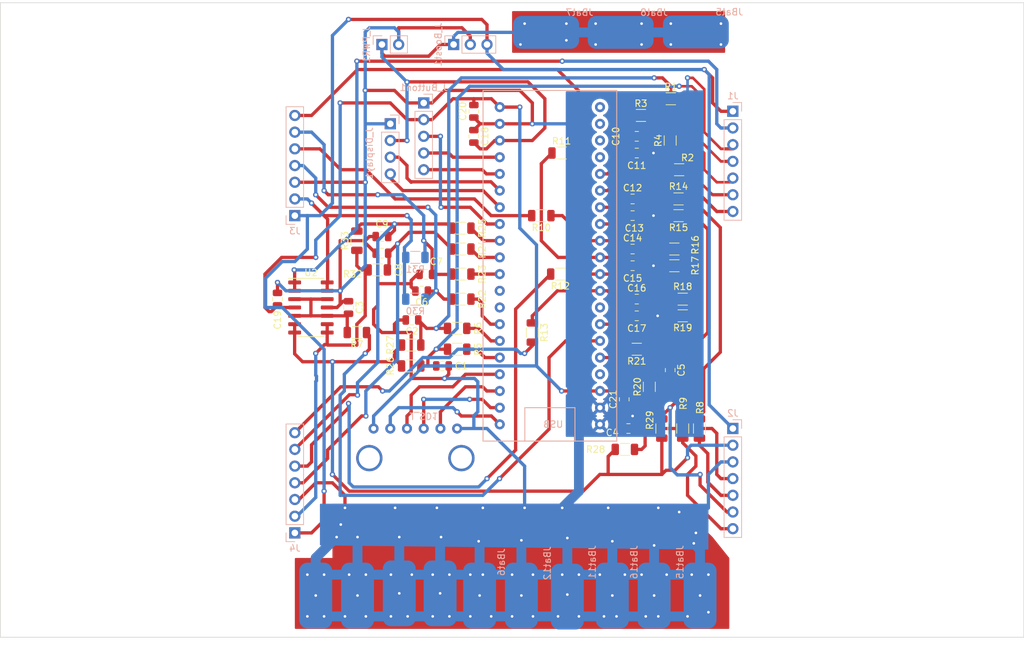
<source format=kicad_pcb>
(kicad_pcb (version 20211014) (generator pcbnew)
  (layers (0 "F.Cu" signal) (31 "B.Cu" signal) (34 "B.Paste" user) (35 "F.Paste" user) (36 "B.SilkS" user "B.Silkscreen") (37 "F.SilkS" user "F.Silkscreen") (38 "B.Mask" user) (39 "F.Mask" user) (44 "Edge.Cuts" user))
  (net 0 "")
  (net 1 "IN1")
  (net 2 "GND")
  (net 3 "IN2")
  (net 4 "+12V")
  (net 5 "Net-(C3-Pad2)")
  (net 6 "U1")
  (net 7 "U2")
  (net 8 "A1")
  (net 9 "A2")
  (net 10 "PWM1")
  (net 11 "PWM2")
  (net 12 "IN3")
  (net 13 "IN4")
  (net 14 "IN5")
  (net 15 "IN6")
  (net 16 "IN7")
  (net 17 "IN8")
  (net 18 "ref1")
  (net 19 "ref3")
  (net 20 "U5")
  (net 21 "U6")
  (net 22 "ref2")
  (net 23 "U3")
  (net 24 "U4")
  (net 25 "ref4")
  (net 26 "U7")
  (net 27 "U8")
  (net 28 "+5V")
  (net 29 "+3.3V")
  (net 30 "SW")
  (net 31 "DT")
  (net 32 "CLK")
  (net 33 "/SDA")
  (net 34 "REF_IN")
  (net 35 "A3")
  (net 36 "A4")
  (net 37 "A5")
  (net 38 "A6")
  (net 39 "A7")
  (net 40 "A8")
  (net 41 "PWM3")
  (net 42 "PWM4")
  (net 43 "PWM5")
  (net 44 "PWM6")
  (net 45 "PWM7")
  (net 46 "PWM8")
  (net 47 "Net-(J_Display1-Pad4)")
  (net 48 "Net-(J_SD1-Pad2)")
  (net 57 "Net-(J_SD1-Pad3)")
  (net 58 "Net-(J_SD1-Pad4)")
  (net 59 "Net-(J_SD1-Pad5)")
  (footprint "Capacitor_SMD:C_0805_2012Metric" (layer "F.Cu") (at 100.23375 91.44 180)
    (fp_text reference "C8")
    (fp_text value "C")
  )
  (footprint "Capacitor_SMD:C_0805_2012Metric" (layer "F.Cu") (at 100.23625 88.9 180)
    (fp_text reference "C9")
    (fp_text value "C")
  )
  (footprint "Resistor_SMD:R_1206_3216Metric" (layer "F.Cu") (at 111.66375 106.045)
    (fp_text reference "R5")
    (fp_text value "10k")
  )
  (footprint "Resistor_SMD:R_1206_3216Metric" (layer "F.Cu") (at 112.29875 90.805)
    (fp_text reference "R24")
    (fp_text value "10k")
  )
  (footprint "Capacitor_SMD:C_0805_2012Metric" (layer "F.Cu") (at 138.33375 85.725)
    (fp_text reference "C13")
    (fp_text value "C")
  )
  (footprint "Resistor_SMD:R_1206_3216Metric" (layer "F.Cu") (at 96.42375 89.535 90)
    (fp_text reference "R33")
    (fp_text value "10k")
  )
  (footprint "Capacitor_SMD:C_0805_2012Metric" (layer "F.Cu") (at 144.04875 109.22 -90)
    (fp_text reference "C5")
    (fp_text value "C")
  )
  (footprint "Resistor_SMD:R_1206_3216Metric" (layer "F.Cu") (at 145.31875 85.725 180)
    (fp_text reference "R15")
    (fp_text value "10k")
  )
  (footprint "Capacitor_SMD:C_0805_2012Metric" (layer "F.Cu") (at 138.96875 100.965)
    (fp_text reference "C17")
    (fp_text value "C")
  )
  (footprint "Resistor_SMD:R_1206_3216Metric" (layer "F.Cu") (at 112.29875 98.425)
    (fp_text reference "R22")
    (fp_text value "10k")
  )
  (footprint "Resistor_SMD:R_1206_3216Metric" (layer "F.Cu") (at 112.29875 94.615)
    (fp_text reference "R23")
    (fp_text value "10k")
  )
  (footprint "Resistor_SMD:R_1206_3216Metric" (layer "F.Cu") (at 142.77875 118.11 90)
    (fp_text reference "R29")
    (fp_text value "10k")
  )
  (footprint "Resistor_SMD:R_1206_3216Metric" (layer "F.Cu") (at 138.96875 106.045 180)
    (fp_text reference "R21")
    (fp_text value "10k")
  )
  (footprint "Resistor_SMD:R_1206_3216Metric" (layer "F.Cu") (at 111.66375 102.87)
    (fp_text reference "R6")
    (fp_text value "10k")
  )
  (footprint "Resistor_SMD:R_1206_3216Metric" (layer "F.Cu") (at 139.60375 70.485)
    (fp_text reference "R3")
    (fp_text value "10k")
  )
  (footprint "Resistor_SMD:R_1206_3216Metric" (layer "F.Cu") (at 124.46 85.725 180)
    (fp_text reference "R10")
    (fp_text value "10k")
  )
  (footprint "Capacitor_SMD:C_0805_2012Metric" (layer "F.Cu") (at 138.33375 90.805)
    (fp_text reference "C14")
    (fp_text value "C")
  )
  (footprint "Capacitor_SMD:C_0805_2012Metric" (layer "F.Cu") (at 138.96875 76.2)
    (fp_text reference "C11")
    (fp_text value "C")
  )
  (footprint "Capacitor_SMD:C_0805_2012Metric" (layer "F.Cu") (at 138.96875 73.66)
    (fp_text reference "C10")
    (fp_text value "C")
  )
  (footprint "Capacitor_SMD:C_0805_2012Metric" (layer "F.Cu") (at 84.35875 98.425 -90)
    (fp_text reference "C19")
    (fp_text value "C")
  )
  (footprint "Resistor_SMD:R_1206_3216Metric" (layer "F.Cu") (at 145.95375 98.425 180)
    (fp_text reference "R18")
    (fp_text value "10k")
  )
  (footprint "Capacitor_SMD:C_0805_2012Metric" (layer "F.Cu") (at 114.20375 69.85 90)
    (fp_text reference "C20")
    (fp_text value "C")
  )
  (footprint "Package_SO:SOIC-14_3.9x8.7mm_P1.27mm" (layer "F.Cu") (at 89.43875 99.695)
    (fp_text reference "U2")
    (fp_text value "LM324")
  )
  (footprint "Resistor_SMD:R_1206_3216Metric" (layer "F.Cu") (at 144.04875 74.295 90)
    (fp_text reference "R4")
    (fp_text value "10k")
  )
  (footprint "Capacitor_SMD:C_0805_2012Metric" (layer "F.Cu") (at 106.26875 97.200705 180)
    (fp_text reference "C6")
    (fp_text value "C")
  )
  (footprint "Capacitor_SMD:C_0805_2012Metric" (layer "F.Cu") (at 138.96875 98.425)
    (fp_text reference "C16")
    (fp_text value "C")
  )
  (footprint "Resistor_SMD:R_1206_3216Metric" (layer "F.Cu") (at 104.67875 105.41)
    (fp_text reference "R27")
    (fp_text value "10k")
  )
  (footprint "Resistor_SMD:R_1206_3216Metric" (layer "F.Cu") (at 112.29875 87.63)
    (fp_text reference "R25")
    (fp_text value "10k")
  )
  (footprint "Resistor_SMD:R_1206_3216Metric" (layer "F.Cu") (at 127.53875 76.2)
    (fp_text reference "R11")
    (fp_text value "10k")
  )
  (footprint "Capacitor_SMD:C_0805_2012Metric" (layer "F.Cu") (at 95.15375 99.695 -90)
    (fp_text reference "C3")
    (fp_text value "C")
  )
  (footprint "Capacitor_SMD:C_0805_2012Metric" (layer "F.Cu") (at 138.33375 83.185)
    (fp_text reference "C12")
    (fp_text value "C")
  )
  (footprint "Resistor_SMD:R_1206_3216Metric" (layer "F.Cu") (at 144.68375 90.805 180)
    (fp_text reference "R16")
    (fp_text value "10k")
  )
  (footprint "Capacitor_SMD:C_0805_2012Metric" (layer "F.Cu") (at 104.80575 101.6 180)
    (fp_text reference "C2")
    (fp_text value "C")
  )
  (footprint "Resistor_SMD:R_1206_3216Metric" (layer "F.Cu") (at 144.145 67.945)
    (fp_text reference "R1")
    (fp_text value "10k")
  )
  (footprint "Resistor_SMD:R_1206_3216Metric" (layer "F.Cu") (at 145.95375 100.965 180)
    (fp_text reference "R19")
    (fp_text value "10k")
  )
  (footprint "Resistor_SMD:R_1206_3216Metric" (layer "F.Cu") (at 123.09375 103.505 -90)
    (fp_text reference "R13")
    (fp_text value "10k")
  )
  (footprint "Resistor_SMD:R_1206_3216Metric" (layer "F.Cu") (at 99.59875 93.98)
    (fp_text reference "R32")
    (fp_text value "10k")
  )
  (footprint "Resistor_SMD:R_1206_3216Metric" (layer "F.Cu") (at 140.87375 111.76 90)
    (fp_text reference "R20")
    (fp_text value "10k")
  )
  (footprint "Resistor_SMD:R_1206_3216Metric" (layer "F.Cu") (at 145.95375 118.11 -90)
    (fp_text reference "R9")
    (fp_text value "10k")
  )
  (footprint "Resistor_SMD:R_1206_3216Metric" (layer "F.Cu") (at 104.67875 108.585)
    (fp_text reference "R26")
    (fp_text value "10k")
  )
  (footprint "Capacitor_SMD:C_0805_2012Metric" (layer "F.Cu") (at 137.69875 118.11 180)
    (fp_text reference "C4")
    (fp_text value "C")
  )
  (footprint "Resistor_SMD:R_1206_3216Metric" (layer "F.Cu") (at 144.68375 93.345 180)
    (fp_text reference "R17")
    (fp_text value "10k")
  )
  (footprint "Resistor_SMD:R_1206_3216Metric" (layer "F.Cu") (at 137.16 121.285)
    (fp_text reference "R28")
    (fp_text value "10k")
  )
  (footprint "Capacitor_SMD:C_0805_2012Metric" (layer "F.Cu") (at 138.33375 93.345)
    (fp_text reference "C15")
    (fp_text value "C")
  )
  (footprint "Resistor_SMD:R_1206_3216Metric" (layer "F.Cu") (at 96.42375 103.505 180)
    (fp_text reference "R7")
    (fp_text value "10k")
  )
  (footprint "Resistor_SMD:R_1206_3216Metric" (layer "F.Cu") (at 145.31875 83.185 180)
    (fp_text reference "R14")
    (fp_text value "10k")
  )
  (footprint "Capacitor_SMD:C_0805_2012Metric" (layer "F.Cu") (at 106.90375 94.660705 180)
    (fp_text reference "C7")
    (fp_text value "C")
  )
  (footprint "Capacitor_SMD:C_0805_2012Metric" (layer "F.Cu") (at 137.06375 113.665 90)
    (fp_text reference "C21")
    (fp_text value "C")
  )
  (footprint "Resistor_SMD:R_1206_3216Metric" (layer "F.Cu") (at 127.34625 94.615 180)
    (fp_text reference "R12")
    (fp_text value "10k")
  )
  (footprint "Capacitor_SMD:C_0805_2012Metric" (layer "F.Cu") (at 114.20375 73.66 -90)
    (fp_text reference "C18")
    (fp_text value "C")
  )
  (footprint "Capacitor_SMD:C_0805_2012Metric" (layer "F.Cu") (at 109.43875 108.585)
    (fp_text reference "C1")
    (fp_text value "C")
  )
  (footprint "Resistor_SMD:R_1206_3216Metric" (layer "F.Cu") (at 145.415 78.74)
    (fp_text reference "R2")
    (fp_text value "10k")
  )
  (footprint "Resistor_SMD:R_1206_3216Metric" (layer "F.Cu") (at 148.49375 118.11 -90)
    (fp_text reference "R8")
    (fp_text value "10k")
  )
  (footprint "Resistor_SMD:R_1206_3216Metric" (layer "B.Cu") (at 105.31375 92.075)
    (fp_text reference "R31")
    (fp_text value "10k")
  )
  (footprint "controller:PowerPin" (layer "B.Cu") (at 125.875 138.595 -90)
    (fp_text reference "JBat12")
    (fp_text value "Conn_01x01_Male")
  )
  (footprint "Connector_PinHeader_2.54mm:PinHeader_1x07_P2.54mm_Vertical" (layer "B.Cu") (at 153.57375 69.85 180)
    (fp_text reference "J1")
    (fp_text value "Conn_01x07_Male")
  )
  (footprint "controller:PowerPin" (layer "B.Cu") (at 146.05 138.43 -90)
    (fp_text reference "JBat15")
    (fp_text value "Conn_01x01_Male")
  )
  (footprint "Connector_PinHeader_2.54mm:PinHeader_1x03_P2.54mm_Vertical" (layer "B.Cu") (at 111.125 59.69 -90)
    (fp_text reference "J_Boost1")
    (fp_text value "Conn_01x03_Male")
  )
  (footprint "Connector_PinHeader_2.54mm:PinHeader_1x05_P2.54mm_Vertical" (layer "B.Cu") (at 106.58375 68.58 180)
    (fp_text reference "J_Button1")
    (fp_text value "Conn_01x05_Male")
  )
  (footprint "controller:PowerPin" (layer "B.Cu") (at 141.605 55.305 180)
    (fp_text reference "JBat8")
    (fp_text value "Conn_01x01_Male")
  )
  (footprint "Connector_PinHeader_2.54mm:PinHeader_1x07_P2.54mm_Vertical" (layer "B.Cu") (at 153.57375 118.105 180)
    (fp_text reference "J2")
    (fp_text value "Conn_01x07_Male")
  )
  (footprint "controller:PowerPin" (layer "B.Cu") (at 153.035 55.245 180)
    (fp_text reference "JBat5")
    (fp_text value "Conn_01x01_Male")
  )
  (footprint "controller:PowerPin" (layer "B.Cu") (at 111.615 148.26 90)
    (fp_text reference "JBat3" hide)
    (fp_text value "Conn_01x01_Male")
  )
  (footprint "controller:PowerPin" (layer "B.Cu") (at 130.275 55.305 180)
    (fp_text reference "JBat7")
    (fp_text value "Conn_01x01_Male")
  )
  (footprint "controller:BluePill" (layer "B.Cu") (at 125.76075 93.345)
    (fp_text reference "U1" hide)
    (fp_text value "BluePill_STM32F103C" hide)
  )
  (footprint "Connector_PinHeader_2.54mm:PinHeader_1x02_P2.54mm_Vertical" (layer "B.Cu") (at 100.23375 59.69 -90)
    (fp_text reference "J_PWR1")
    (fp_text value "Conn_01x02_Male")
  )
  (footprint "Connector_PinHeader_2.54mm:PinHeader_1x07_P2.54mm_Vertical" (layer "B.Cu") (at 86.995 85.725)
    (fp_text reference "J3")
    (fp_text value "Conn_01x07_Male")
  )
  (footprint "controller:PowerPin" (layer "B.Cu") (at 112.54 138.43 -90)
    (fp_text reference "JBat4" hide)
    (fp_text value "Conn_01x01_Male")
  )
  (footprint "controller:SD_Card_reader" (layer "B.Cu") (at 105.31375 118.11 -90)
    (fp_text reference "J_SD1")
    (fp_text value "Conn_01x06_Male")
  )
  (footprint "controller:PowerPin" (layer "B.Cu") (at 93.98 138.43 -90)
    (fp_text reference "JBat1" hide)
    (fp_text value "Conn_01x01_Male")
  )
  (footprint "controller:PowerPin" (layer "B.Cu") (at 139.065 138.43 -90)
    (fp_text reference "JBat16")
    (fp_text value "Conn_01x01_Male")
  )
  (footprint "controller:PowerPin" (layer "B.Cu") (at 87.63 138.43 -90)
    (fp_text reference "JBat10" hide)
    (fp_text value "Conn_01x01_Male")
  )
  (footprint "Resistor_SMD:R_1206_3216Metric" (layer "B.Cu") (at 105.31375 98.425)
    (fp_text reference "R30")
    (fp_text value "10k")
  )
  (footprint "controller:PowerPin" (layer "B.Cu") (at 105.41 148.26 90)
    (fp_text reference "JBat2" hide)
    (fp_text value "Conn_01x01_Male")
  )
  (footprint "controller:PowerPin" (layer "B.Cu") (at 118.89 138.43 -90)
    (fp_text reference "JBat6")
    (fp_text value "Conn_01x01_Male")
  )
  (footprint "controller:PowerPin" (layer "B.Cu") (at 132.715 138.43 -90)
    (fp_text reference "JBat11")
    (fp_text value "Conn_01x01_Male")
  )
  (footprint "Connector_PinHeader_2.54mm:PinHeader_1x07_P2.54mm_Vertical" (layer "B.Cu") (at 86.995 133.985)
    (fp_text reference "J4")
    (fp_text value "Conn_01x07_Male")
  )
  (footprint "Connector_PinHeader_2.54mm:PinHeader_1x04_P2.54mm_Vertical" (layer "B.Cu") (at 101.50375 71.755 180)
    (fp_text reference "J_Display1")
    (fp_text value "Conn_01x04_Male")
  )
  (gr_rect (start 42.2275 53.34) (end 197.8025 149.86) (layer "Edge.Cuts") (width 0.1) (fill none))
  (segment (start 108.48875 106.045) (end 107.21875 107.315) (width 0.5) (layer "F.Cu") (net 1))
  (segment (start 107.21875 107.315) (end 107.21875 108.585) (width 0.5) (layer "F.Cu") (net 1))
  (segment (start 152.4 77.47) (end 153.57375 77.47) (width 0.5) (layer "F.Cu") (net 1))
  (segment (start 108.48875 108.585) (end 107.21875 108.585) (width 0.5) (layer "F.Cu") (net 1))
  (segment (start 151.765 77.47) (end 148.59 74.295) (width 0.4) (layer "F.Cu") (net 1))
  (segment (start 148.59 67.31) (end 147.32 66.04) (width 0.4) (layer "F.Cu") (net 1))
  (segment (start 148.59 74.295) (end 148.59 67.31) (width 0.4) (layer "F.Cu") (net 1))
  (segment (start 152.4 77.47) (end 151.765 77.47) (width 0.4) (layer "F.Cu") (net 1))
  (segment (start 106.14125 108.585) (end 107.21875 108.585) (width 0.5) (layer "F.Cu") (net 1))
  (segment (start 108.48875 106.045) (end 110.20125 106.045) (width 0.5) (layer "F.Cu") (net 1))
  (segment (start 147.32 66.04) (end 145.415 66.04) (width 0.4) (layer "F.Cu") (net 1))
  (via (at 108.48875 106.045) (size 0.8) (drill 0.4) (layers "F.Cu" "B.Cu") (net 1))
  (via (at 145.415 66.04) (size 0.8) (drill 0.4) (layers "F.Cu" "B.Cu") (net 1))
  (segment (start 111.66375 67.945) (end 111.66375 102.87) (width 0.5) (layer "B.Cu") (net 1))
  (segment (start 111.66375 102.87) (end 108.48875 106.045) (width 0.5) (layer "B.Cu") (net 1))
  (segment (start 113.56875 66.04) (end 111.66375 67.945) (width 0.5) (layer "B.Cu") (net 1))
  (segment (start 145.415 66.04) (end 113.56875 66.04) (width 0.5) (layer "B.Cu") (net 1))
  (segment (start 139.91875 76.2) (end 141.50875 76.2) (width 0.5) (layer "F.Cu") (net 2))
  (segment (start 93.96375 99.14) (end 93.40875 99.695) (width 0.5) (layer "F.Cu") (net 2))
  (segment (start 141.50875 93.345) (end 141.50875 90.805) (width 0.5) (layer "F.Cu") (net 2))
  (segment (start 97.69375 89.535) (end 93.88375 89.535) (width 0.5) (layer "F.Cu") (net 2))
  (segment (start 141.50875 90.805) (end 143.22125 90.805) (width 0.5) (layer "F.Cu") (net 2))
  (segment (start 115.15875 71.755) (end 114.20375 72.71) (width 0.5) (layer "F.Cu") (net 2))
  (segment (start 141.50875 85.725) (end 141.50875 83.185) (width 0.5) (layer "F.Cu") (net 2))
  (segment (start 141.06625 70.485) (end 142.77875 70.485) (width 0.5) (layer "F.Cu") (net 2))
  (segment (start 151.765 75.565) (end 152.4 75.565) (width 0.4) (layer "F.Cu") (net 2))
  (segment (start 149.225 73.025) (end 151.765 75.565) (width 0.4) (layer "F.Cu") (net 2))
  (segment (start 123.093748 71.755) (end 123.09375 71.755002) (width 0.5) (layer "F.Cu") (net 2))
  (segment (start 144.04875 111.125) (end 144.04875 110.17) (width 0.5) (layer "F.Cu") (net 2))
  (segment (start 97.69375 80.645) (end 86.995 80.645) (width 0.5) (layer "F.Cu") (net 2))
  (segment (start 142.77875 71.12) (end 142.77875 70.485) (width 0.5) (layer "F.Cu") (net 2))
  (segment (start 137.06375 116.205) (end 137.06375 114.615) (width 0.5) (layer "F.Cu") (net 2))
  (segment (start 143.85625 85.725) (end 141.50875 85.725) (width 0.5) (layer "F.Cu") (net 2))
  (segment (start 97.69375 89.535) (end 97.69375 89.85) (width 0.5) (layer "F.Cu") (net 2))
  (segment (start 112.395 57.15) (end 113.665 58.42) (width 0.5) (layer "F.Cu") (net 2))
  (segment (start 149.225 66.499619) (end 149.225 73.025) (width 0.4) (layer "F.Cu") (net 2))
  (segment (start 107.85375 68.58) (end 109.75875 66.675) (width 0.5) (layer "F.Cu") (net 2))
  (segment (start 102.13875 102.235) (end 102.13875 103.1875) (width 0.5) (layer "F.Cu") (net 2))
  (segment (start 153.57375 75.565) (end 152.4 75.565) (width 0.5) (layer "F.Cu") (net 2))
  (segment (start 99.59875 91.755) (end 99.28375 91.44) (width 0.5) (layer "F.Cu") (net 2))
  (segment (start 106.58375 68.58) (end 107.85375 68.58) (width 0.5) (layer "F.Cu") (net 2))
  (segment (start 104.04375 68.58) (end 106.58375 68.58) (width 0.5) (layer "F.Cu") (net 2))
  (segment (start 143.41375 70.485) (end 144.04875 71.12) (width 0.5) (layer "F.Cu") (net 2))
  (segment (start 147.495381 64.77) (end 149.225 66.499619) (width 0.4) (layer "F.Cu") (net 2))
  (segment (start 139.91875 100.965) (end 142.14375 100.965) (width 0.5) (layer "F.Cu") (net 2))
  (segment (start 136.74875 118.11) (end 136.74875 116.52) (width 0.5) (layer "F.Cu") (net 2))
  (segment (start 142.14375 100.965) (end 144.49125 100.965) (width 0.5) (layer "F.Cu") (net 2))
  (segment (start 138.96875 115.57) (end 138.96875 112.395) (width 0.5) (layer "F.Cu") (net 2))
  (segment (start 93.40875 99.695) (end 91.91375 99.695) (width 0.5) (layer "F.Cu") (net 2))
  (segment (start 142.14375 98.425) (end 144.49125 98.425) (width 0.5) (layer "F.Cu") (net 2))
  (segment (start 104.67875 96.075) (end 99.59875 96.075) (width 0.5) (layer "F.Cu") (net 2))
  (segment (start 115.15875 71.755) (end 114.20375 70.8) (width 0.5) (layer "F.Cu") (net 2))
  (segment (start 86.995 128.905) (end 87.63 128.905) (width 0.5) (layer "F.Cu") (net 2))
  (segment (start 134.65075 116.205) (end 136.43375 116.205) (width 0.5) (layer "F.Cu") (net 2))
  (segment (start 133.38075 117.475) (end 134.65075 116.205) (width 0.5) (layer "F.Cu") (net 2))
  (segment (start 104.67875 95.592852) (end 105.610897 94.660705) (width 0.5) (layer "F.Cu") (net 2))
  (segment (start 99.28625 88.9) (end 98.32875 88.9) (width 0.5) (layer "F.Cu") (net 2))
  (segment (start 139.91875 98.425) (end 142.14375 98.425) (width 0.5) (layer "F.Cu") (net 2))
  (segment (start 141.50875 85.725) (end 139.28375 85.725) (width 0.5) (layer "F.Cu") (net 2))
  (segment (start 110.38875 109.86) (end 110.38875 108.585) (width 0.5) (layer "F.Cu") (net 2))
  (segment (start 102.77375 57.15) (end 112.395 57.15) (width 0.5) (layer "F.Cu") (net 2))
  (segment (start 104.67875 103.505) (end 100.22875 103.505) (width 0.5) (layer "F.Cu") (net 2))
  (segment (start 109.75875 110.49) (end 104.67875 110.49) (width 0.5) (layer "F.Cu") (net 2))
  (segment (start 94.615 128.27) (end 94.615 130.175) (width 0.5) (layer "F.Cu") (net 2))
  (segment (start 87.63 128.905) (end 90.17 126.365) (width 0.5) (layer "F.Cu") (net 2))
  (segment (start 93.88375 89.535) (end 93.88375 97.155) (width 0.5) (layer "F.Cu") (net 2))
  (segment (start 84.35875 95.885) (end 84.35875 97.475) (width 0.5) (layer "F.Cu") (net 2))
  (segment (start 142.14375 98.425) (end 142.14375 100.965) (width 0.5) (layer "F.Cu") (net 2))
  (segment (start 102.77375 59.69) (end 102.77375 57.15) (width 0.5) (layer "F.Cu") (net 2))
  (segment (start 105.610897 94.660705) (end 105.95375 94.660705) (width 0.5) (layer "F.Cu") (net 2))
  (segment (start 95.15375 98.745) (end 94.35875 98.745) (width 0.5) (layer "F.Cu") (net 2))
  (segment (start 113.665 58.42) (end 113.665 59.69) (width 0.5) (layer "F.Cu") (net 2))
  (segment (start 104.67875 96.560705) (end 104.67875 95.592852) (width 0.5) (layer "F.Cu") (net 2))
  (segment (start 141.50875 72.39) (end 142.77875 71.12) (width 0.5) (layer "F.Cu") (net 2))
  (segment (start 139.28375 90.805) (end 141.50875 90.805) (width 0.5) (layer "F.Cu") (net 2))
  (segment (start 141.50875 93.345) (end 139.28375 93.345) (width 0.5) (layer "F.Cu") (net 2))
  (segment (start 118.14075 71.755) (end 115.15875 71.755) (width 0.5) (layer "F.Cu") (net 2))
  (segment (start 99.59875 95.885) (end 99.59875 91.755) (width 0.5) (layer "F.Cu") (net 2))
  (segment (start 139.28375 83.185) (end 143.85625 83.185) (width 0.5) (layer "F.Cu") (net 2))
  (segment (start 144.04875 71.12) (end 144.04875 72.8325) (width 0.5) (layer "F.Cu") (net 2))
  (segment (start 102.13875 66.675) (end 97.69375 66.675) (width 0.5) (layer "F.Cu") (net 2))
  (segment (start 98.96875 100.01) (end 99.59875 99.38) (width 0.5) (layer "F.Cu") (net 2))
  (segment (start 105.31875 97.200705) (end 104.67875 96.560705) (width 0.5) (layer "F.Cu") (net 2))
  (segment (start 133.38075 114.935) (end 134.65075 116.205) (width 0.5) (layer "F.Cu") (net 2))
  (segment (start 100.22875 103.505) (end 98.96875 102.245) (width 0.5) (layer "F.Cu") (net 2))
  (segment (start 118.14075 71.755) (end 123.093748 71.755) (width 0.5) (layer "F.Cu") (net 2))
  (segment (start 143.41375 111.76) (end 144.04875 111.125) (width 0.5) (layer "F.Cu") (net 2))
  (segment (start 138.33375 116.205) (end 138.96875 115.57) (width 0.5) (layer "F.Cu") (net 2))
  (segment (start 138.33375 116.205) (end 137.06375 116.205) (width 0.5) (layer "F.Cu") (net 2))
  (segment (start 136.43375 116.205) (end 136.74875 116.52) (width 0.5) (layer "F.Cu") (net 2))
  (segment (start 109.75875 110.49) (end 110.38875 109.86) (width 0.5) (layer "F.Cu") (net 2))
  (segment (start 97.69375 89.85) (end 99.28375 91.44) (width 0.5) (layer "F.Cu") (net 2))
  (segment (start 93.96375 99.14) (end 93.88375 99.06) (width 0.5) (layer "F.Cu") (net 2))
  (segment (start 146.685 64.77) (end 147.495381 64.77) (width 0.4) (layer "F.Cu") (net 2))
  (segment (start 103.85575 101.6) (end 102.77375 101.6) (width 0.5) (layer "F.Cu") (net 2))
  (segment (start 102.77375 101.6) (end 102.13875 102.235) (width 0.5) (layer "F.Cu") (net 2))
  (segment (start 92.71 126.365) (end 94.615 128.27) (width 0.5) (layer "F.Cu") (net 2))
  (segment (start 109.75875 66.675) (end 121.18875 66.675) (width 0.5) (layer "F.Cu") (net 2))
  (segment (start 98.96875 102.245) (end 98.96875 100.01) (width 0.5) (layer "F.Cu") (net 2))
  (segment (start 136.74875 116.52) (end 137.06375 116.205) (width 0.5) (layer "F.Cu") (net 2))
  (segment (start 123.09375 68.58) (end 123.09375 71.755002) (width 0.5) (layer "F.Cu") (net 2))
  (segment (start 143.22125 93.345) (end 141.50875 93.345) (width 0.5) (layer "F.Cu") (net 2))
  (segment (start 99.59875 99.38) (end 99.59875 96.265) (width 0.5) (layer "F.Cu") (net 2))
  (segment (start 142.77875 70.485) (end 143.41375 70.485) (width 0.5) (layer "F.Cu") (net 2))
  (segment (start 139.91875 73.66) (end 141.50875 73.66) (width 0.5) (layer "F.Cu") (net 2))
  (segment (start 104.67875 110.49) (end 104.67875 103.505) (width 0.5) (layer "F.Cu") (net 2))
  (segment (start 102.13875 66.675) (end 104.04375 68.58) (width 0.5) (layer "F.Cu") (net 2))
  (segment (start 141.50875 76.2) (end 141.50875 73.66) (width 0.5) (layer "F.Cu") (net 2))
  (segment (start 94.35875 98.745) (end 93.96375 99.14) (width 0.5) (layer "F.Cu") (net 2))
  (segment (start 121.18875 66.675) (end 123.09375 68.58) (width 0.5) (layer "F.Cu") (net 2))
  (segment (start 90.17 126.365) (end 92.71 126.365) (width 0.5) (layer "F.Cu") (net 2))
  (segment (start 98.32875 88.9) (end 97.69375 89.535) (width 0.5) (layer "F.Cu") (net 2))
  (segment (start 138.96875 112.395) (end 139.60375 111.76) (width 0.5) (layer "F.Cu") (net 2))
  (segment (start 93.88375 99.06) (end 93.88375 97.155) (width 0.5) (layer "F.Cu") (net 2))
  (segment (start 141.50875 73.66) (end 141.50875 72.39) (width 0.5) (layer "F.Cu") (net 2))
  (segment (start 139.60375 111.76) (end 143.41375 111.76) (width 0.5) (layer "F.Cu") (net 2))
  (via (at 141.50875 93.345) (size 0.8) (drill 0.4) (layers "F.Cu" "B.Cu") (net 2))
  (via (at 137.16 140.335) (size 0.8) (drill 0.4) (layers "F.Cu" "B.Cu") (net 2))
  (via (at 130.175 146.685) (size 0.8) (drill 0.4) (layers "F.Cu" "B.Cu") (net 2))
  (via (at 109.22 134.62) (size 0.8) (drill 0.4) (layers "F.Cu" "B.Cu") (net 2))
  (via (at 94.615 146.685) (size 0.8) (drill 0.4) (layers "F.Cu" "B.Cu") (net 2))
  (via (at 127 146.685) (size 0.8) (drill 0.4) (layers "F.Cu" "B.Cu") (net 2))
  (via (at 123.19 140.335) (size 0.8) (drill 0.4) (layers "F.Cu" "B.Cu") (net 2))
  (via (at 123.19 146.685) (size 0.8) (drill 0.4) (layers "F.Cu" "B.Cu") (net 2))
  (via (at 88.9 140.335) (size 0.8) (drill 0.4) (layers "F.Cu" "B.Cu") (net 2))
  (via (at 97.79 146.685) (size 0.8) (drill 0.4) (layers "F.Cu" "B.Cu") (net 2))
  (via (at 138.33375 116.205) (size 0.8) (drill 0.4) (layers "F.Cu" "B.Cu") (net 2))
  (via (at 141.605 135.89) (size 0.8) (drill 0.4) (layers "F.Cu" "B.Cu") (net 2))
  (via (at 142.14375 100.965) (size 0.8) (drill 0.4) (layers "F.Cu" "B.Cu") (net 2))
  (via (at 135.255 143.51) (size 0.8) (drill 0.4) (layers "F.Cu" "B.Cu") (net 2))
  (via (at 134.62 130.175) (size 0.8) (drill 0.4) (layers "F.Cu" "B.Cu") (net 2))
  (via (at 128.415 134.765) (size 0.8) (drill 0.4) (layers "F.Cu" "B.Cu") (net 2))
  (via (at 115.08 143.51) (size 0.8) (drill 0.4) (layers "F.Cu" "B.Cu") (net 2))
  (via (at 130.175 140.335) (size 0.8) (drill 0.4) (layers "F.Cu" "B.Cu") (net 2))
  (via (at 115.57 140.335) (size 0.8) (drill 0.4) (layers "F.Cu" "B.Cu") (net 2))
  (via (at 146.685 146.685) (size 0.8) (drill 0.4) (layers "F.Cu" "B.Cu") (net 2))
  (via (at 102.87 143.18) (size 0.8) (drill 0.4) (layers "F.Cu" "B.Cu") (net 2))
  (via (at 93.98 132.715) (size 0.8) (drill 0.4) (layers "F.Cu" "B.Cu") (net 2))
  (via (at 133.985 146.685) (size 0.8) (drill 0.4) (layers "F.Cu" "B.Cu") (net 2))
  (via (at 84.35875 95.885) (size 0.8) (drill 0.4) (layers "F.Cu" "B.Cu") (net 2))
  (via (at 143.51 140.335) (size 0.8) (drill 0.4) (layers "F.Cu" "B.Cu") (net 2))
  (via (at 109.75875 110.49) (size 0.8) (drill 0.4) (layers "F.Cu" "B.Cu") (net 2))
  (via (at 107.95 140.335) (size 0.8) (drill 0.4) (layers "F.Cu" "B.Cu") (net 2))
  (via (at 90.17 143.51) (size 0.8) (drill 0.4) (layers "F.Cu" "B.Cu") (net 2))
  (via (at 114.935 135.255) (size 0.8) (drill 0.4) (layers "F.Cu" "B.Cu") (net 2))
  (via (at 149.86 140.335) (size 0.8) (drill 0.4) (layers "F.Cu" "B.Cu") (net 2))
  (via (at 109.075 143.18) (size 0.8) (drill 0.4) (layers "F.Cu" "B.Cu") (net 2))
  (via (at 110.49 146.685) (size 0.8) (drill 0.4) (layers "F.Cu" "B.Cu") (net 2))
  (via (at 147.955 133.985) (size 0.8) (drill 0.4) (layers "F.Cu" "B.Cu") (net 2))
  (via (at 147.32 140.335) (size 0.8) (drill 0.4) (layers "F.Cu" "B.Cu") (net 2))
  (via (at 113.665 140.335) (size 0.8) (drill 0.4) (layers "F.Cu" "B.Cu") (net 2))
  (via (at 140.335 146.685) (size 0.8) (drill 0.4) (layers "F.Cu" "B.Cu") (net 2))
  (via (at 147.6375 135.5725) (size 0.8) (drill 0.4) (layers "F.Cu" "B.Cu") (net 2))
  (via (at 149.86 146.05) (size 0.8) (drill 0.4) (layers "F.Cu" "B.Cu") (net 2))
  (via (at 102.87 134.62) (size 0.8) (drill 0.4) (layers "F.Cu" "B.Cu") (net 2))
  (via (at 135.255 135.255) (size 0.8) (drill 0.4) (layers "F.Cu" "B.Cu") (net 2))
  (via (at 93.345 134.62) (size 0.8) (drill 0.4) (layers "F.Cu" "B.Cu") (net 2))
  (via (at 127.635 130.175) (size 0.8) (drill 0.4) (layers "F.Cu" "B.Cu") (net 2))
  (via (at 146.685 64.77) (size 0.8) (drill 0.4) (layers "F.Cu" "B.Cu") (net 2))
  (via (at 116.84 146.685) (size 0.8) (drill 0.4) (layers "F.Cu" "B.Cu") (net 2))
  (via (at 110.49 140.335) (size 0.8) (drill 0.4) (layers "F.Cu" "B.Cu") (net 2))
  (via (at 142.24 146.685) (size 0.8) (drill 0.4) (layers "F.Cu" "B.Cu") (net 2))
  (via (at 101.6 140.335) (size 0.8) (drill 0.4) (layers "F.Cu" "B.Cu") (net 2))
  (via (at 127.635 140.335) (size 0.8) (drill 0.4) (layers "F.Cu" "B.Cu") (net 2))
  (via (at 141.50875 76.2) (size 0.8) (drill 0.4) (layers "F.Cu" "B.Cu") (net 2))
  (via (at 115.57 130.175) (size 0.8) (drill 0.4) (layers "F.Cu" "B.Cu") (net 2))
  (via (at 123.09375 71.755002) (size 0.8) (drill 0.4) (layers "F.Cu" "B.Cu") (net 2))
  (via (at 102.235 130.175) (size 0.8) (drill 0.4) (layers "F.Cu" "B.Cu") (net 2))
  (via (at 97.69375 66.675) (size 0.8) (drill 0.4) (layers "F.Cu" "B.Cu") (net 2))
  (via (at 121.92 130.175) (size 0.8) (drill 0.4) (layers "F.Cu" "B.Cu") (net 2))
  (via (at 104.14 146.685) (size 0.8) (drill 0.4) (layers "F.Cu" "B.Cu") (net 2))
  (via (at 133.35 140.335) (size 0.8) (drill 0.4) (layers "F.Cu" "B.Cu") (net 2))
  (via (at 145.415 130.81) (size 0.8) (drill 0.4) (layers "F.Cu" "B.Cu") (net 2))
  (via (at 108.585 130.175) (size 0.8) (drill 0.4) (layers "F.Cu" "B.Cu") (net 2))
  (via (at 101.6 146.685) (size 0.8) (drill 0.4) (layers "F.Cu" "B.Cu") (net 2))
  (via (at 141.605 143.51) (size 0.8) (drill 0.4) (layers "F.Cu" "B.Cu") (net 2))
  (via (at 120.015 140.335) (size 0.8) (drill 0.4) (layers "F.Cu" "B.Cu") (net 2))
  (via (at 97.79 140.335) (size 0.8) (drill 0.4) (layers "F.Cu" "B.Cu") (net 2))
  (via (at 96.52 143.51) (size 0.8) (drill 0.4) (layers "F.Cu" "B.Cu") (net 2))
  (via (at 148.59 143.51) (size 0.8) (drill 0.4) (layers "F.Cu" "B.Cu") (net 2))
  (via (at 142.24 130.175) (size 0.8) (drill 0.4) (layers "F.Cu" "B.Cu") (net 2))
  (via (at 94.615 130.175) (size 0.8) (drill 0.4) (layers "F.Cu" "B.Cu") (net 2))
  (via (at 104.775 140.335) (size 0.8) (drill 0.4) (layers "F.Cu" "B.Cu") (net 2))
  (via (at 107.95 146.685) (size 0.8) (drill 0.4) (layers "F.Cu" "B.Cu") (net 2))
  (via (at 97.69375 80.645) (size 0.8) (drill 0.4) (layers "F.Cu" "B.Cu") (net 2))
  (via (at 128.415 143.365) (size 0.8) (drill 0.4) (layers "F.Cu" "B.Cu") (net 2))
  (via (at 120.015 146.685) (size 0.8) (drill 0.4) (layers "F.Cu" "B.Cu") (net 2))
  (via (at 91.44 146.685) (size 0.8) (drill 0.4) (layers "F.Cu" "B.Cu") (net 2))
  (via (at 121.43 143.51) (size 0.8) (drill 0.4) (layers "F.Cu" "B.Cu") (net 2))
  (via (at 91.44 140.335) (size 0.8) (drill 0.4) (layers "F.Cu" "B.Cu") (net 2))
  (via (at 93.88375 97.155) (size 0.8) (drill 0.4) (layers "F.Cu" "B.Cu") (net 2))
  (via (at 95.25 140.335) (size 0.8) (drill 0.4) (layers "F.Cu" "B.Cu") (net 2))
  (via (at 113.665 146.685) (size 0.8) (drill 0.4) (layers "F.Cu" "B.Cu") (net 2))
  (via (at 121.43 135.11) (size 0.8) (drill 0.4) (layers "F.Cu" "B.Cu") (net 2))
  (via (at 141.50875 85.725) (size 0.8) (drill 0.4) (layers "F.Cu" "B.Cu") (net 2))
  (via (at 96.52 134.62) (size 0.8) (drill 0.4) (layers "F.Cu" "B.Cu") (net 2))
  (via (at 88.9 146.685) (size 0.8) (drill 0.4) (layers "F.Cu" "B.Cu") (net 2))
  (via (at 135.89 146.685) (size 0.8) (drill 0.4) (layers "F.Cu" "B.Cu") (net 2))
  (via (at 139.7 140.335) (size 0.8) (drill 0.4) (layers "F.Cu" "B.Cu") (net 2))
  (segment (start 97.69375 57.785) (end 98.32875 57.15) (width 0.5) (layer "B.Cu") (net 2))
  (segment (start 121.92 123.825) (end 121.92 130.175) (width 0.5) (layer "B.Cu") (net 2))
  (segment (start 91.44 146.685) (end 94.615 146.685) (width 1.5) (layer "B.Cu") (net 2))
  (segment (start 123.093752 71.755) (end 123.09375 71.755002) (width 0.5) (layer "B.Cu") (net 2))
  (segment (start 142.24 146.685) (end 146.685 146.685) (width 1.5) (layer "B.Cu") (net 2))
  (segment (start 153.57375 123.19) (end 151.765 123.19) (width 0.5) (layer "B.Cu") (net 2))
  (segment (start 135.255 143.51) (end 135.255 135.255) (width 1.5) (layer "B.Cu") (net 2))
  (segment (start 127.635 130.175) (end 130.175 127.635) (width 1.5) (layer "B.Cu") (net 2))
  (segment (start 90.17 137.795) (end 93.345 134.62) (width 1.5) (layer "B.Cu") (net 2))
  (segment (start 98.32875 57.15) (end 102.13875 57.15) (width 0.5) (layer "B.Cu") (net 2))
  (segment (start 120.015 146.685) (end 123.19 146.685) (width 1.5) (layer "B.Cu") (net 2))
  (segment (start 128.415 143.675) (end 128.415 143.365) (width 1.5) (layer "B.Cu") (net 2))
  (segment (start 123.19 140.335) (end 127.635 140.335) (width 1.5) (layer "B.Cu") (net 2))
  (segment (start 97.79 146.685) (end 101.6 146.685) (width 1.5) (layer "B.Cu") (net 2))
  (segment (start 114.20375 118.11) (end 111.66375 118.11) (width 0.5) (layer "B.Cu") (net 2))
  (segment (start 104.775 140.335) (end 107.95 140.335) (width 1.5) (layer "B.Cu") (net 2))
  (segment (start 109.75875 110.49) (end 114.3 110.49) (width 0.5) (layer "B.Cu") (net 2))
  (segment (start 146.685 67.31) (end 146.685 64.77) (width 0.4) (layer "B.Cu") (net 2))
  (segment (start 97.69375 66.675) (end 97.69375 93.345) (width 0.5) (layer "B.Cu") (net 2))
  (segment (start 97.69375 66.675) (end 97.69375 57.785) (width 0.5) (layer "B.Cu") (net 2))
  (segment (start 137.16 140.335) (end 139.7 140.335) (width 1.5) (layer "B.Cu") (net 2))
  (segment (start 115.08 135.4) (end 115.08 143.51) (width 1.5) (layer "B.Cu") (net 2))
  (segment (start 128.415 143.365) (end 128.415 134.765) (width 1.5) (layer "B.Cu") (net 2))
  (segment (start 94.615 146.685) (end 97.79 146.685) (width 1.5) (layer "B.Cu") (net 2))
  (segment (start 120.015 140.335) (end 123.19 140.335) (width 1.5) (layer "B.Cu") (net 2))
  (segment (start 107.95 140.335) (end 110.49 140.335) (width 1.5) (layer "B.Cu") (net 2))
  (segment (start 90.17 140.335) (end 91.44 140.335) (width 1.5) (layer "B.Cu") (net 2))
  (segment (start 95.25 140.335) (end 97.79 140.335) (width 1.5) (layer "B.Cu") (net 2))
  (segment (start 141.605 143.51) (end 141.605 135.89) (width 1.5) (layer "B.Cu") (net 2))
  (segment (start 114.20375 116.171041) (end 114.20375 118.11) (width 0.5) (layer "B.Cu") (net 2))
  (segment (start 84.35875 95.885) (end 85.62875 97.155) (width 0.5) (layer "B.Cu") (net 2))
  (segment (start 116.205 118.11) (end 121.92 123.825) (width 0.5) (layer "B.Cu") (net 2))
  (segment (start 109.22 134.62) (end 109.075 134.765) (width 1.5) (layer "B.Cu") (net 2))
  (segment (start 149.86 125.095) (end 149.86 130.175) (width 0.5) (layer "B.Cu") (net 2))
  (segment (start 91.44 140.335) (end 95.25 140.335) (width 1.5) (layer "B.Cu") (net 2))
  (segment (start 110.49 140.335) (end 113.665 140.335) (width 1.5) (layer "B.Cu") (net 2))
  (segment (start 113.665 140.335) (end 115.57 140.335) (width 1.5) (layer "B.Cu") (net 2))
  (segment (start 130.175 146.685) (end 133.985 146.685) (width 1.5) (layer "B.Cu") (net 2))
  (segment (start 135.89 146.685) (end 140.335 146.685) (width 1.5) (layer "B.Cu") (net 2))
  (segment (start 104.14 146.685) (end 107.95 146.685) (width 1.5) (layer "B.Cu") (net 2))
  (segment (start 133.985 146.685) (end 135.89 146.685) (width 1.5) (layer "B.Cu") (net 2))
  (segment (start 115.57 140.335) (end 120.015 140.335) (width 1.5) (layer "B.Cu") (net 2))
  (segment (start 90.17 143.51) (end 90.17 137.795) (width 1.5) (layer "B.Cu") (net 2))
  (segment (start 101.50375 71.755) (end 97.79 71.755) (width 0.5) (layer "B.Cu") (net 2))
  (segment (start 114.804791 110.994791) (end 114.804791 115.57) (width 0.5) (layer "B.Cu") (net 2))
  (segment (start 127 146.685) (end 130.175 146.685) (width 1.5) (layer "B.Cu") (net 2))
  (segment (start 151.765 123.19) (end 149.86 125.095) (width 0.5) (layer "B.Cu") (net 2))
  (segment (start 114.935 135.255) (end 115.08 135.4) (width 1.5) (layer "B.Cu") (net 2))
  (segment (start 110.49 146.685) (end 113.665 146.685) (width 1.5) (layer "B.Cu") (net 2))
  (segment (start 130.175 140.335) (end 133.35 140.335) (width 1.5) (layer "B.Cu") (net 2))
  (segment (start 147.32 140.335) (end 148.59 140.335) (width 1.5) (layer "B.Cu") (net 2))
  (segment (start 90.17 146.685) (end 91.44 146.685) (width 1.5) (layer "B.Cu") (net 2))
  (segment (start 146.685 146.685) (end 148.59 146.685) (width 1.5) (layer "B.Cu") (net 2))
  (segment (start 101.6 146.685) (end 104.14 146.685) (width 1.5) (layer "B.Cu") (net 2))
  (segment (start 123.19 146.685) (end 127 146.685) (width 1.5) (layer "B.Cu") (net 2))
  (segment (start 107.95 146.685) (end 110.49 146.685) (width 1.5) (layer "B.Cu") (net 2))
  (segment (start 121.43 143.51) (end 121.43 135.11) (width 1.5) (layer "B.Cu") (net 2))
  (segment (start 133.35 140.335) (end 137.16 140.335) (width 1.5) (layer "B.Cu") (net 2))
  (segment (start 114.20375 118.11) (end 116.205 118.11) (width 0.5) (layer "B.Cu") (net 2))
  (segment (start 139.7 140.335) (end 143.51 140.335) (width 1.5) (layer "B.Cu") (net 2))
  (segment (start 130.175 127.635) (end 130.175 118.11) (width 1.5) (layer "B.Cu") (net 2))
  (segment (start 140.335 146.685) (end 142.24 146.685) (width 1.5) (layer "B.Cu") (net 2))
  (segment (start 113.665 146.685) (end 116.84 146.685) (width 1.5) (layer "B.Cu") (net 2))
  (segment (start 102.87 143.18) (end 102.87 134.62) (width 1.5) (layer "B.Cu") (net 2))
  (segment (start 149.86 130.175) (end 149.225 130.81) (width 0.5) (layer "B.Cu") (net 2))
  (segment (start 85.62875 97.155) (end 93.88375 97.155) (width 0.5) (layer "B.Cu") (net 2))
  (segment (start 116.84 146.685) (end 120.015 146.685) (width 1.5) (layer "B.Cu") (net 2))
  (segment (start 148.59 136.525) (end 147.6375 135.5725) (width 1.5) (layer "B.Cu") (net 2))
  (segment (start 143.51 140.335) (end 147.32 140.335) (width 1.5) (layer "B.Cu") (net 2))
  (segment (start 102.13875 57.15) (end 102.77375 57.785) (width 0.5) (layer "B.Cu") (net 2))
  (segment (start 96.52 143.51) (end 96.52 134.62) (width 1.5) (layer "B.Cu") (net 2))
  (segment (start 101.6 140.335) (end 104.775 140.335) (width 1.5) (layer "B.Cu") (net 2))
  (segment (start 127.635 140.335) (end 130.175 140.335) (width 1.5) (layer "B.Cu") (net 2))
  (segment (start 97.79 140.335) (end 101.6 140.335) (width 1.5) (layer "B.Cu") (net 2))
  (segment (start 109.075 134.765) (end 109.075 143.18) (width 1.5) (layer "B.Cu") (net 2))
  (segment (start 102.77375 57.785) (end 102.77375 59.69) (width 0.5) (layer "B.Cu") (net 2))
  (segment (start 114.3 110.49) (end 114.804791 110.994791) (width 0.5) (layer "B.Cu") (net 2))
  (segment (start 114.804791 115.57) (end 114.20375 116.171041) (width 0.5) (layer "B.Cu") (net 2))
  (segment (start 129.44375 71.755) (end 123.093752 71.755) (width 0.5) (layer "B.Cu") (net 2))
  (segment (start 97.69375 93.345) (end 93.88375 97.155) (width 0.5) (layer "B.Cu") (net 2))
  (segment (start 148.59 143.51) (end 148.59 136.525) (width 1.5) (layer "B.Cu") (net 2))
  (segment (start 141.605 64.77) (end 142.875 64.77) (width 0.5) (layer "F.Cu") (net 3))
  (segment (start 144.145 66.04) (end 144.145 69.215) (width 0.5) (layer "F.Cu") (net 3))
  (segment (start 150.495 82.55) (end 148.605 80.66) (width 0.4) (layer "F.Cu") (net 3))
  (segment (start 146.05 71.12) (end 146.05 74.93) (width 0.5) (layer "F.Cu") (net 3))
  (segment (start 148.59 79.533261) (end 148.59 77.47) (width 0.4) (layer "F.Cu") (net 3))
  (segment (start 106.14125 101.9855) (end 105.75575 101.6) (width 0.5) (layer "F.Cu") (net 3))
  (segment (start 148.605 80.66) (end 148.605 79.548261) (width 0.4) (layer "F.Cu") (net 3))
  (segment (start 142.875 64.77) (end 144.145 66.04) (width 0.5) (layer "F.Cu") (net 3))
  (segment (start 146.05 74.93) (end 146.685 75.565) (width 0.5) (layer "F.Cu") (net 3))
  (segment (start 105.75575 101.6) (end 107.02575 102.87) (width 0.5) (layer "F.Cu") (net 3))
  (segment (start 144.145 69.215) (end 146.05 71.12) (width 0.5) (layer "F.Cu") (net 3))
  (segment (start 107.02575 102.87) (end 110.20125 102.87) (width 0.5) (layer "F.Cu") (net 3))
  (segment (start 150.495 82.55) (end 153.57375 82.55) (width 0.5) (layer "F.Cu") (net 3))
  (segment (start 106.14125 105.41) (end 106.14125 101.9855) (width 0.5) (layer "F.Cu") (net 3))
  (segment (start 148.605 79.548261) (end 148.59 79.533261) (width 0.4) (layer "F.Cu") (net 3))
  (segment (start 148.59 77.47) (end 146.685 75.565) (width 0.4) (layer "F.Cu") (net 3))
  (via (at 141.605 64.77) (size 0.8) (drill 0.4) (layers "F.Cu" "B.Cu") (net 3))
  (via (at 108.48875 102.87) (size 0.8) (drill 0.4) (layers "F.Cu" "B.Cu") (net 3))
  (segment (start 110.39375 100.965) (end 108.48875 102.87) (width 0.5) (layer "B.Cu") (net 3))
  (segment (start 110.39375 66.675) (end 110.39375 100.965) (width 0.5) (layer "B.Cu") (net 3))
  (segment (start 141.605 64.77) (end 112.29875 64.77) (width 0.5) (layer "B.Cu") (net 3))
  (segment (start 112.29875 64.77) (end 110.39375 66.675) (width 0.5) (layer "B.Cu") (net 3))
  (segment (start 150.495 68.58) (end 151.765 69.85) (width 0.5) (layer "F.Cu") (net 4))
  (segment (start 150.495 64.77) (end 150.495 68.58) (width 0.5) (layer "F.Cu") (net 4))
  (segment (start 116.205 59.69) (end 116.205 56.679169) (width 0.5) (layer "F.Cu") (net 4))
  (segment (start 116.205 56.679169) (end 115.405831 55.88) (width 0.5) (layer "F.Cu") (net 4))
  (segment (start 149.225 63.5) (end 150.495 64.77) (width 0.5) (layer "F.Cu") (net 4))
  (segment (start 115.405831 55.88) (end 95.15375 55.88) (width 0.5) (layer "F.Cu") (net 4))
  (segment (start 91.44 132.08) (end 89.535 133.985) (width 0.5) (layer "F.Cu") (net 4))
  (segment (start 89.535 133.985) (end 86.995 133.985) (width 0.5) (layer "F.Cu") (net 4))
  (segment (start 151.765 69.85) (end 153.57375 69.85) (width 0.5) (layer "F.Cu") (net 4))
  (segment (start 91.44 127.635) (end 91.44 132.08) (width 0.5) (layer "F.Cu") (net 4))
  (via (at 91.44 127.635) (size 0.8) (drill 0.4) (layers "F.Cu" "B.Cu") (net 4))
  (via (at 149.225 63.5) (size 0.8) (drill 0.4) (layers "F.Cu" "B.Cu") (net 4))
  (via (at 95.15375 55.88) (size 0.8) (drill 0.4) (layers "F.Cu" "B.Cu") (net 4))
  (segment (start 85.09 92.71) (end 86.995 92.71) (width 0.5) (layer "B.Cu") (net 4))
  (segment (start 118.696875 63.5) (end 149.225 63.5) (width 0.5) (layer "B.Cu") (net 4))
  (segment (start 88.9 90.805) (end 88.9 85.725) (width 0.5) (layer "B.Cu") (net 4))
  (segment (start 82.55 99.695) (end 82.55 95.25) (width 0.5) (layer "B.Cu") (net 4))
  (segment (start 149.225 63.5) (end 149.97875 64.25375) (width 0.5) (layer "B.Cu") (net 4))
  (segment (start 88.9 85.725) (end 86.995 85.725) (width 0.5) (layer "B.Cu") (net 4))
  (segment (start 90.805 85.725) (end 92.71 83.82) (width 0.5) (layer "B.Cu") (net 4))
  (segment (start 85.09 99.695) (end 82.55 99.695) (width 0.5) (layer "B.Cu") (net 4))
  (segment (start 91.44 127.635) (end 91.44 106.045) (width 0.5) (layer "B.Cu") (net 4))
  (segment (start 82.55 95.25) (end 85.09 92.71) (width 0.5) (layer "B.Cu") (net 4))
  (segment (start 91.44 106.045) (end 85.09 99.695) (width 0.5) (layer "B.Cu") (net 4))
  (segment (start 149.97875 64.25375) (end 149.97875 114.515) (width 0.5) (layer "B.Cu") (net 4))
  (segment (start 92.71 83.82) (end 92.71 58.32375) (width 0.5) (layer "B.Cu") (net 4))
  (segment (start 116.205 61.008125) (end 118.696875 63.5) (width 0.5) (layer "B.Cu") (net 4))
  (segment (start 86.995 92.71) (end 88.9 90.805) (width 0.5) (layer "B.Cu") (net 4))
  (segment (start 149.97875 114.515) (end 153.57375 118.11) (width 0.5) (layer "B.Cu") (net 4))
  (segment (start 116.205 59.69) (end 116.205 61.008125) (width 0.5) (layer "B.Cu") (net 4))
  (segment (start 92.71 58.32375) (end 95.15375 55.88) (width 0.5) (layer "B.Cu") (net 4))
  (segment (start 88.9 85.725) (end 90.805 85.725) (width 0.5) (layer "B.Cu") (net 4))
  (segment (start 94.96125 103.505) (end 94.96125 100.8375) (width 0.5) (layer "F.Cu") (net 5))
  (segment (start 94.83375 100.965) (end 91.91375 100.965) (width 0.5) (layer "F.Cu") (net 5))
  (segment (start 89.43875 98.425) (end 86.96375 98.425) (width 0.5) (layer "F.Cu") (net 5))
  (segment (start 91.91375 98.425) (end 89.43875 98.425) (width 0.5) (layer "F.Cu") (net 5))
  (segment (start 89.43875 100.965) (end 86.96375 100.965) (width 0.5) (layer "F.Cu") (net 5))
  (segment (start 89.43875 98.425) (end 89.43875 100.965) (width 0.5) (layer "F.Cu") (net 5))
  (segment (start 89.43875 100.965) (end 91.91375 100.965) (width 0.5) (layer "F.Cu") (net 5))
  (segment (start 94.96125 100.8375) (end 95.15375 100.645) (width 0.5) (layer "F.Cu") (net 5))
  (segment (start 95.15375 100.645) (end 94.83375 100.965) (width 0.5) (layer "F.Cu") (net 5))
  (segment (start 147.32 74.295) (end 147.32 69.215) (width 0.4) (layer "F.Cu") (net 6))
  (segment (start 149.225 76.2) (end 147.32 74.295) (width 0.4) (layer "F.Cu") (net 6))
  (segment (start 153.57375 80.645) (end 151.13 80.645) (width 0.4) (layer "F.Cu") (net 6))
  (segment (start 147.32 69.215) (end 146.05 67.945) (width 0.4) (layer "F.Cu") (net 6))
  (segment (start 146.05 67.945) (end 145.6075 67.945) (width 0.4) (layer "F.Cu") (net 6))
  (segment (start 149.225 78.74) (end 149.225 76.2) (width 0.4) (layer "F.Cu") (net 6))
  (segment (start 151.13 80.645) (end 149.225 78.74) (width 0.4) (layer "F.Cu") (net 6))
  (segment (start 146.8775 78.74) (end 147.955 79.8175) (width 0.4) (layer "F.Cu") (net 7))
  (segment (start 147.955 81.915) (end 151.13 85.09) (width 0.5) (layer "F.Cu") (net 7))
  (segment (start 151.13 85.09) (end 153.57375 85.09) (width 0.5) (layer "F.Cu") (net 7))
  (segment (start 147.955 79.8175) (end 147.955 81.915) (width 0.4) (layer "F.Cu") (net 7))
  (segment (start 136.42875 73.66) (end 138.01875 73.66) (width 0.5) (layer "F.Cu") (net 8))
  (segment (start 135.79375 78.105) (end 135.79375 74.295) (width 0.5) (layer "F.Cu") (net 8))
  (segment (start 138.01875 73.66) (end 137.06375 73.66) (width 0.5) (layer "F.Cu") (net 8))
  (segment (start 135.79375 74.295) (end 136.42875 73.66) (width 0.5) (layer "F.Cu") (net 8))
  (segment (start 137.06375 73.66) (end 137.06375 70.485) (width 0.5) (layer "F.Cu") (net 8))
  (segment (start 137.69875 67.945) (end 137.06375 68.58) (width 0.5) (layer "F.Cu") (net 8))
  (segment (start 137.06375 68.58) (end 137.06375 70.485) (width 0.5) (layer "F.Cu") (net 8))
  (segment (start 134.52375 79.375) (end 135.79375 78.105) (width 0.5) (layer "F.Cu") (net 8))
  (segment (start 137.06375 70.485) (end 138.14125 70.485) (width 0.5) (layer "F.Cu") (net 8))
  (segment (start 142.6825 67.945) (end 137.69875 67.945) (width 0.5) (layer "F.Cu") (net 8))
  (segment (start 133.38075 79.375) (end 134.52375 79.375) (width 0.5) (layer "F.Cu") (net 8))
  (segment (start 138.33375 78.105) (end 138.01875 77.79) (width 0.5) (layer "F.Cu") (net 9))
  (segment (start 138.01875 77.79) (end 138.01875 76.2) (width 0.5) (layer "F.Cu") (net 9))
  (segment (start 138.01875 77.79) (end 138.01875 78.42) (width 0.5) (layer "F.Cu") (net 9))
  (segment (start 143.9525 78.74) (end 142.875 78.74) (width 0.5) (layer "F.Cu") (net 9))
  (segment (start 142.875 78.74) (end 142.24 78.105) (width 0.5) (layer "F.Cu") (net 9))
  (segment (start 144.04875 76.29625) (end 142.24 78.105) (width 0.5) (layer "F.Cu") (net 9))
  (segment (start 144.04875 75.7575) (end 144.04875 76.29625) (width 0.5) (layer "F.Cu") (net 9))
  (segment (start 134.52375 81.915) (end 133.38075 81.915) (width 0.5) (layer "F.Cu") (net 9))
  (segment (start 138.01875 78.42) (end 134.52375 81.915) (width 0.5) (layer "F.Cu") (net 9))
  (segment (start 142.24 78.105) (end 138.33375 78.105) (width 0.5) (layer "F.Cu") (net 9))
  (segment (start 118.14075 107.315) (end 115.8875 107.315) (width 0.5) (layer "F.Cu") (net 10))
  (segment (start 115.8875 107.315) (end 114.6175 106.045) (width 0.5) (layer "F.Cu") (net 10))
  (segment (start 114.6175 106.045) (end 113.12625 106.045) (width 0.5) (layer "F.Cu") (net 10))
  (segment (start 116.80725 104.775) (end 118.14075 104.775) (width 0.5) (layer "F.Cu") (net 11))
  (segment (start 114.90225 102.87) (end 116.80725 104.775) (width 0.5) (layer "F.Cu") (net 11))
  (segment (start 113.12625 102.87) (end 114.90225 102.87) (width 0.5) (layer "F.Cu") (net 11))
  (segment (start 138.6225 121.285) (end 139.7 121.285) (width 0.5) (layer "F.Cu") (net 12))
  (segment (start 139.7 121.285) (end 140.23875 120.74625) (width 0.5) (layer "F.Cu") (net 12))
  (segment (start 140.87375 113.2225) (end 140.87375 118.11) (width 0.5) (layer "F.Cu") (net 12))
  (segment (start 151.13 125.095) (end 151.13 118.84125) (width 0.5) (layer "F.Cu") (net 12))
  (segment (start 150.39875 118.11) (end 140.23875 118.11) (width 0.5) (layer "F.Cu") (net 12))
  (segment (start 140.23875 120.74625) (end 140.23875 118.11) (width 0.5) (layer "F.Cu") (net 12))
  (segment (start 140.23875 118.11) (end 138.64875 118.11) (width 0.5) (layer "F.Cu") (net 12))
  (segment (start 151.765 125.73) (end 151.13 125.095) (width 0.5) (layer "F.Cu") (net 12))
  (segment (start 153.57375 125.73) (end 151.765 125.73) (width 0.5) (layer "F.Cu") (net 12))
  (segment (start 151.13 118.84125) (end 150.39875 118.11) (width 0.5) (layer "F.Cu") (net 12))
  (segment (start 140.43125 106.045) (end 144.04875 106.045) (width 0.5) (layer "F.Cu") (net 13))
  (segment (start 144.04875 106.045) (end 144.68375 106.045) (width 0.5) (layer "F.Cu") (net 13))
  (segment (start 152.68005 130.81) (end 153.57375 130.81) (width 0.5) (layer "F.Cu") (net 13))
  (segment (start 142.77875 116.205) (end 142.77875 116.6475) (width 0.5) (layer "F.Cu") (net 13))
  (segment (start 148.59 126.71995) (end 152.68005 130.81) (width 0.5) (layer "F.Cu") (net 13))
  (segment (start 145.95375 113.03) (end 142.77875 116.205) (width 0.5) (layer "F.Cu") (net 13))
  (segment (start 145.95375 107.315) (end 145.95375 113.03) (width 0.5) (layer "F.Cu") (net 13))
  (segment (start 144.68375 106.045) (end 145.95375 107.315) (width 0.5) (layer "F.Cu") (net 13))
  (segment (start 144.04875 108.27) (end 144.04875 106.045) (width 0.5) (layer "F.Cu") (net 13))
  (segment (start 148.59 125.095) (end 148.59 126.71995) (width 0.5) (layer "F.Cu") (net 13))
  (via (at 144.04875 114.935) (size 0.8) (drill 0.4) (layers "F.Cu" "B.Cu") (net 13))
  (via (at 148.59 125.095) (size 0.8) (drill 0.4) (layers "F.Cu" "B.Cu") (net 13))
  (segment (start 148.59 125.095) (end 148.525 125.16) (width 0.5) (layer "B.Cu") (net 13))
  (segment (start 144.04875 124.083699) (end 144.04875 114.935) (width 0.5) (layer "B.Cu") (net 13))
  (segment (start 148.525 125.16) (end 145.125051 125.16) (width 0.5) (layer "B.Cu") (net 13))
  (segment (start 145.125051 125.16) (end 144.04875 124.083699) (width 0.5) (layer "B.Cu") (net 13))
  (segment (start 92.075 84.455) (end 107.21875 84.455) (width 0.5) (layer "F.Cu") (net 14))
  (segment (start 90.17 82.55) (end 92.075 84.455) (width 0.5) (layer "F.Cu") (net 14))
  (segment (start 108.443045 97.200705) (end 109.66734 98.425) (width 0.5) (layer "F.Cu") (net 14))
  (segment (start 109.66734 98.425) (end 110.83625 98.425) (width 0.5) (layer "F.Cu") (net 14))
  (segment (start 107.21875 97.200705) (end 108.443045 97.200705) (width 0.5) (layer "F.Cu") (net 14))
  (via (at 107.21875 84.455) (size 0.8) (drill 0.4) (layers "F.Cu" "B.Cu") (net 14))
  (via (at 90.17 82.55) (size 0.8) (drill 0.4) (layers "F.Cu" "B.Cu") (net 14))
  (via (at 108.48875 97.155) (size 0.8) (drill 0.4) (layers "F.Cu" "B.Cu") (net 14))
  (segment (start 107.21875 84.455) (end 108.41625 85.6525) (width 0.5) (layer "B.Cu") (net 14))
  (segment (start 107.21875 98.425) (end 108.48875 97.155) (width 0.5) (layer "B.Cu") (net 14))
  (segment (start 108.41625 85.6525) (end 108.41625 97.0825) (width 0.5) (layer "B.Cu") (net 14))
  (segment (start 90.17 82.55) (end 90.17 80.01) (width 0.5) (layer "B.Cu") (net 14))
  (segment (start 88.265 78.105) (end 86.995 78.105) (width 0.5) (layer "B.Cu") (net 14))
  (segment (start 108.41625 97.0825) (end 108.48875 97.155) (width 0.5) (layer "B.Cu") (net 14))
  (segment (start 90.17 80.01) (end 88.265 78.105) (width 0.5) (layer "B.Cu") (net 14))
  (segment (start 106.77625 98.425) (end 107.21875 98.425) (width 0.5) (layer "B.Cu") (net 14))
  (segment (start 110.790545 94.660705) (end 107.85375 94.660705) (width 0.5) (layer "F.Cu") (net 15))
  (segment (start 107.85375 94.660705) (end 107.85375 92.120705) (width 0.5) (layer "F.Cu") (net 15))
  (segment (start 107.85375 92.120705) (end 107.85375 90.805) (width 0.5) (layer "F.Cu") (net 15))
  (segment (start 99.59875 82.55) (end 92.075 82.55) (width 0.5) (layer "F.Cu") (net 15))
  (segment (start 107.85375 90.805) (end 106.58375 89.535) (width 0.5) (layer "F.Cu") (net 15))
  (segment (start 92.075 82.55) (end 91.44 81.915) (width 0.5) (layer "F.Cu") (net 15))
  (segment (start 110.83625 94.615) (end 110.790545 94.660705) (width 0.5) (layer "F.Cu") (net 15))
  (via (at 106.58375 89.535) (size 0.8) (drill 0.4) (layers "F.Cu" "B.Cu") (net 15))
  (via (at 99.59875 82.55) (size 0.8) (drill 0.4) (layers "F.Cu" "B.Cu") (net 15))
  (via (at 91.44 81.915) (size 0.8) (drill 0.4) (layers "F.Cu" "B.Cu") (net 15))
  (segment (start 106.58375 85.725) (end 106.58375 89.535) (width 0.5) (layer "B.Cu") (net 15))
  (segment (start 106.77625 89.7275) (end 106.58375 89.535) (width 0.5) (layer "B.Cu") (net 15))
  (segment (start 103.40875 82.55) (end 106.58375 85.725) (width 0.5) (layer "B.Cu") (net 15))
  (segment (start 99.59875 82.55) (end 103.40875 82.55) (width 0.5) (layer "B.Cu") (net 15))
  (segment (start 91.44 74.93) (end 89.535 73.025) (width 0.5) (layer "B.Cu") (net 15))
  (segment (start 89.535 73.025) (end 86.995 73.025) (width 0.5) (layer "B.Cu") (net 15))
  (segment (start 91.44 81.915) (end 91.44 74.93) (width 0.5) (layer "B.Cu") (net 15))
  (segment (start 106.77625 92.075) (end 106.77625 89.7275) (width 0.5) (layer "B.Cu") (net 15))
  (segment (start 91.97875 122.65125) (end 88.265 126.365) (width 0.5) (layer "F.Cu") (net 16))
  (segment (start 91.97875 121.38125) (end 91.97875 122.65125) (width 0.5) (layer "F.Cu") (net 16))
  (segment (start 104.35875 88.265) (end 108.29625 88.265) (width 0.5) (layer "F.Cu") (net 16))
  (segment (start 101.18375 91.44) (end 101.30875 91.565) (width 0.5) (layer "F.Cu") (net 16))
  (segment (start 101.30875 91.565) (end 101.30875 93.7325) (width 0.5) (layer "F.Cu") (net 16))
  (segment (start 101.18375 91.44) (end 104.35875 88.265) (width 0.5) (layer "F.Cu") (net 16))
  (segment (start 88.265 126.365) (end 86.995 126.365) (width 0.5) (layer "F.Cu") (net 16))
  (segment (start 108.29625 88.265) (end 110.83625 90.805) (width 0.5) (layer "F.Cu") (net 16))
  (segment (start 101.30875 93.7325) (end 101.06125 93.98) (width 0.5) (layer "F.Cu") (net 16))
  (segment (start 97.79 116.205) (end 97.155 116.205) (width 0.5) (layer "F.Cu") (net 16))
  (segment (start 97.155 116.205) (end 91.97875 121.38125) (width 0.5) (layer "F.Cu") (net 16))
  (via (at 97.79 116.205) (size 0.8) (drill 0.4) (layers "F.Cu" "B.Cu") (net 16))
  (via (at 102.61375 90.01) (size 0.8) (drill 0.4) (layers "F.Cu" "B.Cu") (net 16))
  (segment (start 102.61375 107.57125) (end 102.61375 90.01) (width 0.5) (layer "B.Cu") (net 16))
  (segment (start 97.79 116.205) (end 97.79 112.395) (width 0.5) (layer "B.Cu") (net 16))
  (segment (start 97.79 112.395) (end 102.61375 107.57125) (width 0.5) (layer "B.Cu") (net 16))
  (segment (start 96.42375 88.0725) (end 96.42375 87.63) (width 0.5) (layer "F.Cu") (net 17))
  (segment (start 95.286668 112.965) (end 86.995 121.256668) (width 0.5) (layer "F.Cu") (net 17))
  (segment (start 101.18625 88.9) (end 102.13875 87.9475) (width 0.5) (layer "F.Cu") (net 17))
  (segment (start 96.52 113.03) (end 96.455 112.965) (width 0.5) (layer "F.Cu") (net 17))
  (segment (start 97.05875 86.995) (end 102.13875 86.995) (width 0.5) (layer "F.Cu") (net 17))
  (segment (start 110.20125 86.995) (end 102.13875 86.995) (width 0.5) (layer "F.Cu") (net 17))
  (segment (start 96.455 112.965) (end 95.286668 112.965) (width 0.5) (layer "F.Cu") (net 17))
  (segment (start 96.42375 87.63) (end 97.05875 86.995) (width 0.5) (layer "F.Cu") (net 17))
  (segment (start 86.995 121.256668) (end 86.995 121.285) (width 0.5) (layer "F.Cu") (net 17))
  (segment (start 102.13875 87.9475) (end 102.13875 86.995) (width 0.5) (layer "F.Cu") (net 17))
  (segment (start 110.83625 87.63) (end 110.20125 86.995) (width 0.5) (layer "F.Cu") (net 17))
  (via (at 102.13875 86.995) (size 0.8) (drill 0.4) (layers "F.Cu" "B.Cu") (net 17))
  (via (at 96.52 113.03) (size 0.8) (drill 0.4) (layers "F.Cu" "B.Cu") (net 17))
  (segment (start 96.52 111.125) (end 99.59875 108.04625) (width 0.5) (layer "B.Cu") (net 17))
  (segment (start 99.59875 108.04625) (end 99.59875 89.535) (width 0.5) (layer "B.Cu") (net 17))
  (segment (start 96.52 113.03) (end 96.52 111.125) (width 0.5) (layer "B.Cu") (net 17))
  (segment (start 99.59875 89.535) (end 102.13875 86.995) (width 0.5) (layer "B.Cu") (net 17))
  (segment (start 86.96375 97.155) (end 86.96375 95.885) (width 0.5) (layer "F.Cu") (net 18))
  (segment (start 86.89875 93.98) (end 86.96375 94.045) (width 0.5) (layer "F.Cu") (net 18))
  (segment (start 86.96375 94.045) (end 86.96375 95.885) (width 0.5) (layer "F.Cu") (net 18))
  (segment (start 127.635 62.23) (end 96.42375 62.23) (width 0.5) (layer "F.Cu") (net 18))
  (via (at 127.635 62.23) (size 0.8) (drill 0.4) (layers "F.Cu" "B.Cu") (net 18))
  (via (at 96.42375 62.23) (size 0.8) (drill 0.4) (layers "F.Cu" "B.Cu") (net 18))
  (via (at 86.89875 93.98) (size 0.8) (drill 0.4) (layers "F.Cu" "B.Cu") (net 18))
  (segment (start 151.13 71.755) (end 151.765 72.39) (width 0.5) (layer "B.Cu") (net 18))
  (segment (start 90.07375 93.98) (end 96.42375 87.63) (width 0.5) (layer "B.Cu") (net 18))
  (segment (start 149.86 62.23) (end 151.13 63.5) (width 0.5) (layer "B.Cu") (net 18))
  (segment (start 127.635 62.23) (end 149.86 62.23) (width 0.5) (layer "B.Cu") (net 18))
  (segment (start 96.42375 87.63) (end 96.42375 62.23) (width 0.5) (layer "B.Cu") (net 18))
  (segment (start 86.89875 93.98) (end 90.07375 93.98) (width 0.5) (layer "B.Cu") (net 18))
  (segment (start 151.13 63.5) (end 151.13 71.755) (width 0.5) (layer "B.Cu") (net 18))
  (segment (start 151.765 72.39) (end 153.57375 72.39) (width 0.5) (layer "B.Cu") (net 18))
  (segment (start 91.44 85.725) (end 104.04375 85.725) (width 0.5) (layer "F.Cu") (net 19))
  (segment (start 89.535 83.82) (end 91.97875 86.26375) (width 0.5) (layer "F.Cu") (net 19))
  (segment (start 89.535 83.82) (end 91.44 85.725) (width 0.5) (layer "F.Cu") (net 19))
  (segment (start 91.91375 97.155) (end 91.91375 95.885) (width 0.5) (layer "F.Cu") (net 19))
  (segment (start 91.97875 86.26375) (end 91.97875 95.82) (width 0.5) (layer "F.Cu") (net 19))
  (segment (start 91.97875 95.82) (end 91.91375 95.885) (width 0.5) (layer "F.Cu") (net 19))
  (via (at 104.04375 85.725) (size 0.8) (drill 0.4) (layers "F.Cu" "B.Cu") (net 19))
  (via (at 89.535 83.82) (size 0.8) (drill 0.4) (layers "F.Cu" "B.Cu") (net 19))
  (segment (start 89.535 83.82) (end 88.9 83.185) (width 0.5) (layer "B.Cu") (net 19))
  (segment (start 88.9 83.185) (end 86.995 83.185) (width 0.5) (layer "B.Cu") (net 19))
  (segment (start 103.65875 90.555) (end 103.65875 92.325) (width 0.5) (layer "B.Cu") (net 19))
  (segment (start 104.67875 89.535) (end 103.65875 90.555) (width 0.5) (layer "B.Cu") (net 19))
  (segment (start 103.65875 98.2325) (end 103.65875 95.885) (width 0.5) (layer "B.Cu") (net 19))
  (segment (start 103.85125 92.1325) (end 103.65875 92.325) (width 0.5) (layer "B.Cu") (net 19))
  (segment (start 103.65875 95.885) (end 103.65875 92.325) (width 0.5) (layer "B.Cu") (net 19))
  (segment (start 103.85125 98.425) (end 103.65875 98.2325) (width 0.5) (layer "B.Cu") (net 19))
  (segment (start 104.67875 86.36) (end 104.67875 89.535) (width 0.5) (layer "B.Cu") (net 19))
  (segment (start 104.04375 85.725) (end 104.67875 86.36) (width 0.5) (layer "B.Cu") (net 19))
  (segment (start 103.85125 92.075) (end 103.85125 92.1325) (width 0.5) (layer "B.Cu") (net 19))
  (segment (start 116.84 85.725) (end 114.3 83.185) (width 0.5) (layer "F.Cu") (net 20))
  (segment (start 93.98 78.74) (end 90.805 75.565) (width 0.5) (layer "F.Cu") (net 20))
  (segment (start 90.805 75.565) (end 86.995 75.565) (width 0.5) (layer "F.Cu") (net 20))
  (segment (start 122.9975 85.725) (end 116.84 85.725) (width 0.5) (layer "F.Cu") (net 20))
  (segment (start 114.3 83.185) (end 102.235 83.185) (width 0.5) (layer "F.Cu") (net 20))
  (segment (start 102.235 83.185) (end 97.79 78.74) (width 0.5) (layer "F.Cu") (net 20))
  (segment (start 97.79 78.74) (end 93.98 78.74) (width 0.5) (layer "F.Cu") (net 20))
  (segment (start 126.90375 63.5) (end 130.07875 66.675) (width 0.5) (layer "F.Cu") (net 21))
  (segment (start 130.07875 66.675) (end 130.07875 75.565) (width 0.5) (layer "F.Cu") (net 21))
  (segment (start 96.52 63.5) (end 126.90375 63.5) (width 0.5) (layer "F.Cu") (net 21))
  (segment (start 129.44375 76.2) (end 129.00125 76.2) (width 0.5) (layer "F.Cu") (net 21))
  (segment (start 89.535 70.485) (end 96.52 63.5) (width 0.5) (layer "F.Cu") (net 21))
  (segment (start 130.07875 75.565) (end 129.44375 76.2) (width 0.5) (layer "F.Cu") (net 21))
  (segment (start 86.995 70.485) (end 89.535 70.485) (width 0.5) (layer "F.Cu") (net 21))
  (segment (start 92.71 107.95) (end 88.16875 107.95) (width 0.5) (layer "F.Cu") (net 22))
  (segment (start 86.96375 106.745) (end 86.96375 103.505) (width 0.5) (layer "F.Cu") (net 22))
  (segment (start 143.41375 124.46) (end 142.77875 125.095) (width 0.5) (layer "F.Cu") (net 22))
  (segment (start 103.21625 108.585) (end 102.13875 107.5075) (width 0.5) (layer "F.Cu") (net 22))
  (segment (start 92.71 125.095) (end 95.25 127.635) (width 0.5) (layer "F.Cu") (net 22))
  (segment (start 133.35 125.095) (end 134.62 125.095) (width 0.5) (layer "F.Cu") (net 22))
  (segment (start 95.25 127.635) (end 130.81 127.635) (width 0.5) (layer "F.Cu") (net 22))
  (segment (start 130.81 127.635) (end 133.35 125.095) (width 0.5) (layer "F.Cu") (net 22))
  (segment (start 102.13875 107.5075) (end 102.13875 107.315) (width 0.5) (layer "F.Cu") (net 22))
  (segment (start 101.50375 107.95) (end 102.13875 107.315) (width 0.5) (layer "F.Cu") (net 22))
  (segment (start 142.77875 119.5725) (end 142.77875 125.095) (width 0.5) (layer "F.Cu") (net 22))
  (segment (start 135.6975 121.285) (end 134.62 122.3625) (width 0.5) (layer "F.Cu") (net 22))
  (segment (start 144.78 124.46) (end 143.41375 124.46) (width 0.5) (layer "F.Cu") (net 22))
  (segment (start 102.13875 107.315) (end 102.13875 106.4875) (width 0.5) (layer "F.Cu") (net 22))
  (segment (start 146.685 122.555) (end 144.78 124.46) (width 0.5) (layer "F.Cu") (net 22))
  (segment (start 102.13875 106.4875) (end 103.21625 105.41) (width 0.5) (layer "F.Cu") (net 22))
  (segment (start 134.62 122.3625) (end 134.62 125.095) (width 0.5) (layer "F.Cu") (net 22))
  (segment (start 88.16875 107.95) (end 86.96375 106.745) (width 0.5) (layer "F.Cu") (net 22))
  (segment (start 86.96375 102.235) (end 86.96375 103.505) (width 0.5) (layer "F.Cu") (net 22))
  (segment (start 92.71 107.95) (end 101.50375 107.95) (width 0.5) (layer "F.Cu") (net 22))
  (segment (start 134.62 125.095) (end 142.77875 125.095) (width 0.5) (layer "F.Cu") (net 22))
  (via (at 92.71 107.95) (size 0.8) (drill 0.4) (layers "F.Cu" "B.Cu") (net 22))
  (via (at 92.71 125.095) (size 0.8) (drill 0.4) (layers "F.Cu" "B.Cu") (net 22))
  (via (at 146.685 122.555) (size 0.8) (drill 0.4) (layers "F.Cu" "B.Cu") (net 22))
  (segment (start 92.71 107.95) (end 92.71 125.095) (width 0.5) (layer "B.Cu") (net 22))
  (segment (start 146.685 122.555) (end 146.685 121.18875) (width 0.5) (layer "B.Cu") (net 22))
  (segment (start 147.22375 120.65) (end 153.57375 120.65) (width 0.5) (layer "B.Cu") (net 22))
  (segment (start 146.685 121.18875) (end 147.22375 120.65) (width 0.5) (layer "B.Cu") (net 22))
  (segment (start 149.76375 126.26875) (end 151.765 128.27) (width 0.5) (layer "F.Cu") (net 23))
  (segment (start 148.49375 119.5725) (end 148.49375 120.65) (width 0.5) (layer "F.Cu") (net 23))
  (segment (start 148.49375 120.65) (end 149.76375 121.92) (width 0.5) (layer "F.Cu") (net 23))
  (segment (start 149.76375 121.92) (end 149.76375 126.26875) (width 0.5) (layer "F.Cu") (net 23))
  (segment (start 151.765 128.27) (end 153.57375 128.27) (width 0.5) (layer "F.Cu") (net 23))
  (segment (start 145.95375 119.5725) (end 145.95375 120.284375) (width 0.5) (layer "F.Cu") (net 24))
  (segment (start 147.955 122.285625) (end 147.955 123.825) (width 0.5) (layer "F.Cu") (net 24))
  (segment (start 145.95375 120.284375) (end 147.955 122.285625) (width 0.5) (layer "F.Cu") (net 24))
  (segment (start 146.685 128.27) (end 151.765 133.35) (width 0.5) (layer "F.Cu") (net 24))
  (segment (start 146.685 125.095) (end 146.685 128.27) (width 0.5) (layer "F.Cu") (net 24))
  (segment (start 151.765 133.35) (end 153.57375 133.35) (width 0.5) (layer "F.Cu") (net 24))
  (segment (start 147.955 123.825) (end 146.685 125.095) (width 0.5) (layer "F.Cu") (net 24))
  (segment (start 98.13625 93.98) (end 97.05875 93.98) (width 0.5) (layer "F.Cu") (net 25))
  (segment (start 97.05875 93.98) (end 96.42375 93.345) (width 0.5) (layer "F.Cu") (net 25))
  (segment (start 96.42375 93.345) (end 96.42375 90.9975) (width 0.5) (layer "F.Cu") (net 25))
  (segment (start 91.91375 102.235) (end 91.91375 103.505) (width 0.5) (layer "F.Cu") (net 25))
  (segment (start 91.91375 103.505) (end 91.91375 105.345) (width 0.5) (layer "F.Cu") (net 25))
  (segment (start 96.42375 102.235) (end 97.69375 100.965) (width 0.5) (layer "F.Cu") (net 25))
  (segment (start 90.17 106.68) (end 91.505 105.345) (width 0.5) (layer "F.Cu") (net 25))
  (segment (start 91.505 105.345) (end 91.91375 105.345) (width 0.5) (layer "F.Cu") (net 25))
  (segment (start 96.42375 105.41) (end 96.42375 102.235) (width 0.5) (layer "F.Cu") (net 25))
  (segment (start 97.69375 100.965) (end 97.69375 94.4225) (width 0.5) (layer "F.Cu") (net 25))
  (segment (start 97.69375 94.4225) (end 98.13625 93.98) (width 0.5) (layer "F.Cu") (net 25))
  (segment (start 91.91375 105.345) (end 91.97875 105.41) (width 0.5) (layer "F.Cu") (net 25))
  (segment (start 91.97875 105.41) (end 96.42375 105.41) (width 0.5) (layer "F.Cu") (net 25))
  (via (at 90.17 106.68) (size 0.8) (drill 0.4) (layers "F.Cu" "B.Cu") (net 25))
  (segment (start 87.3125 131.445) (end 86.995 131.445) (width 0.5) (layer "B.Cu") (net 25))
  (segment (start 90.28875 110.137918) (end 90.28875 110.842082) (width 0.5) (layer "B.Cu") (net 25))
  (segment (start 90.17 106.68) (end 90.17 110.019168) (width 0.5) (layer "B.Cu") (net 25))
  (segment (start 90.17 110.019168) (end 90.28875 110.137918) (width 0.5) (layer "B.Cu") (net 25))
  (segment (start 90.17 128.5875) (end 87.3125 131.445) (width 0.5) (layer "B.Cu") (net 25))
  (segment (start 90.28875 110.842082) (end 90.17 110.960832) (width 0.5) (layer "B.Cu") (net 25))
  (segment (start 90.17 110.960832) (end 90.17 128.5875) (width 0.5) (layer "B.Cu") (net 25))
  (segment (start 88.9 123.825) (end 86.995 123.825) (width 0.5) (layer "F.Cu") (net 26))
  (segment (start 120.55375 121.38125) (end 120.55375 99.945) (width 0.5) (layer "F.Cu") (net 26))
  (segment (start 95.15375 114.964728) (end 89.535 120.583478) (width 0.5) (layer "F.Cu") (net 26))
  (segment (start 120.55375 99.945) (end 125.88375 94.615) (width 0.5) (layer "F.Cu") (net 26))
  (segment (start 89.535 123.19) (end 88.9 123.825) (width 0.5) (layer "F.Cu") (net 26))
  (segment (start 116.205 125.73) (end 120.55375 121.38125) (width 0.5) (layer "F.Cu") (net 26))
  (segment (start 89.535 120.583478) (end 89.535 123.19) (width 0.5) (layer "F.Cu") (net 26))
  (segment (start 95.15375 114.3) (end 95.15375 114.964728) (width 0.5) (layer "F.Cu") (net 26))
  (via (at 116.205 125.73) (size 0.8) (drill 0.4) (layers "F.Cu" "B.Cu") (net 26))
  (via (at 95.15375 114.3) (size 0.8) (drill 0.4) (layers "F.Cu" "B.Cu") (net 26))
  (segment (start 95.25 126.365) (end 95.25 114.39625) (width 0.5) (layer "B.Cu") (net 26))
  (segment (start 95.885 127) (end 95.25 126.365) (width 0.5) (layer "B.Cu") (net 26))
  (segment (start 116.205 125.73) (end 114.935 127) (width 0.5) (layer "B.Cu") (net 26))
  (segment (start 95.25 114.39625) (end 95.15375 114.3) (width 0.5) (layer "B.Cu") (net 26))
  (segment (start 114.935 127) (end 95.885 127) (width 0.5) (layer "B.Cu") (net 26))
  (segment (start 99.695 111.76) (end 100.33 112.395) (width 0.5) (layer "F.Cu") (net 27))
  (segment (start 123.09375 105.50625) (end 121.92 106.68) (width 0.5) (layer "F.Cu") (net 27))
  (segment (start 123.09375 104.9675) (end 123.09375 105.50625) (width 0.5) (layer "F.Cu") (net 27))
  (segment (start 86.995 118.745) (end 93.98 111.76) (width 0.5) (layer "F.Cu") (net 27))
  (segment (start 93.98 111.76) (end 99.695 111.76) (width 0.5) (layer "F.Cu") (net 27))
  (via (at 121.92 106.68) (size 0.8) (drill 0.4) (layers "F.Cu" "B.Cu") (net 27))
  (via (at 100.33 112.395) (size 0.8) (drill 0.4) (layers "F.Cu" "B.Cu") (net 27))
  (segment (start 120.65 106.045) (end 121.285 106.68) (width 0.5) (layer "B.Cu") (net 27))
  (segment (start 111.76 106.045) (end 120.65 106.045) (width 0.5) (layer "B.Cu") (net 27))
  (segment (start 100.33 112.395) (end 101.3744 112.395) (width 0.5) (layer "B.Cu") (net 27))
  (segment (start 110.49 107.315) (end 111.76 106.045) (width 0.5) (layer "B.Cu") (net 27))
  (segment (start 121.285 106.68) (end 121.92 106.68) (width 0.5) (layer "B.Cu") (net 27))
  (segment (start 106.4544 107.315) (end 110.49 107.315) (width 0.5) (layer "B.Cu") (net 27))
  (segment (start 101.3744 112.395) (end 106.4544 107.315) (width 0.5) (layer "B.Cu") (net 27))
  (segment (start 118.14075 74.295) (end 117.37875 74.295) (width 0.5) (layer "F.Cu") (net 28))
  (segment (start 111.125 59.69) (end 109.12375 59.69) (width 0.5) (layer "F.Cu") (net 28))
  (segment (start 116.10875 75.565) (end 115.15875 75.565) (width 0.5) (layer "F.Cu") (net 28))
  (segment (start 115.15875 75.565) (end 114.20375 74.61) (width 0.5) (layer "F.Cu") (net 28))
  (segment (start 122.42875 65.375) (end 124.99875 67.945) (width 0.5) (layer "F.Cu") (net 28))
  (segment (start 124.99875 67.945) (end 124.99875 72.39) (width 0.5) (layer "F.Cu") (net 28))
  (segment (start 107.347752 61.465998) (end 100.659748 61.465998) (width 0.5) (layer "F.Cu") (net 28))
  (segment (start 123.09375 74.295) (end 118.14075 74.295) (width 0.5) (layer "F.Cu") (net 28))
  (segment (start 100.23375 61.04) (end 100.23375 59.69) (width 0.5) (layer "F.Cu") (net 28))
  (segment (start 124.99875 72.39) (end 123.09375 74.295) (width 0.5) (layer "F.Cu") (net 28))
  (segment (start 109.12375 59.69) (end 107.347752 61.465998) (width 0.5) (layer "F.Cu") (net 28))
  (segment (start 104.04375 65.405) (end 104.07375 65.375) (width 0.5) (layer "F.Cu") (net 28))
  (segment (start 101.50375 74.295) (end 104.04375 74.295) (width 0.5) (layer "F.Cu") (net 28))
  (segment (start 100.659748 61.465998) (end 100.23375 61.04) (width 0.5) (layer "F.Cu") (net 28))
  (segment (start 104.07375 65.375) (end 122.42875 65.375) (width 0.5) (layer "F.Cu") (net 28))
  (segment (start 117.37875 74.295) (end 116.10875 75.565) (width 0.5) (layer "F.Cu") (net 28))
  (via (at 132.715 56.515) (size 0.8) (drill 0.4) (layers "F.Cu" "B.Cu") (net 28))
  (via (at 139.7 56.515) (size 0.8) (drill 0.4) (layers "F.Cu" "B.Cu") (net 28))
  (via (at 139.7 59.69) (size 0.8) (drill 0.4) (layers "F.Cu" "B.Cu") (net 28))
  (via (at 151.765 56.515) (size 0.8) (drill 0.4) (layers "F.Cu" "B.Cu") (net 28))
  (via (at 104.04375 65.405) (size 0.8) (drill 0.4) (layers "F.Cu" "B.Cu") (net 28))
  (via (at 144.145 59.69) (size 0.8) (drill 0.4) (layers "F.Cu" "B.Cu") (net 28))
  (via (at 144.145 56.515) (size 0.8) (drill 0.4) (layers "F.Cu" "B.Cu") (net 28))
  (via (at 128.27 56.515) (size 0.8) (drill 0.4) (layers "F.Cu" "B.Cu") (net 28))
  (via (at 121.92 56.515) (size 0.8) (drill 0.4) (layers "F.Cu" "B.Cu") (net 28))
  (via (at 104.04375 74.295) (size 0.8) (drill 0.4) (layers "F.Cu" "B.Cu") (net 28))
  (via (at 151.765 59.69) (size 0.8) (drill 0.4) (layers "F.Cu" "B.Cu") (net 28))
  (via (at 128.27 59.055) (size 0.8) (drill 0.4) (layers "F.Cu" "B.Cu") (net 28))
  (via (at 132.715 59.69) (size 0.8) (drill 0.4) (layers "F.Cu" "B.Cu") (net 28))
  (via (at 121.285 59.69) (size 0.8) (drill 0.4) (layers "F.Cu" "B.Cu") (net 28))
  (segment (start 147.895 57.845) (end 147.955 57.785) (width 1.5) (layer "B.Cu") (net 28))
  (segment (start 111.125 58.48) (end 111.76 57.845) (width 0.5) (layer "B.Cu") (net 28))
  (segment (start 111.125 59.69) (end 111.125 58.48) (width 0.5) (layer "B.Cu") (net 28))
  (segment (start 100.23375 61.595) (end 100.23375 59.69) (width 0.5) (layer "B.Cu") (net 28))
  (segment (start 104.04375 65.405) (end 104.04375 74.295) (width 0.5) (layer "B.Cu") (net 28))
  (segment (start 125.195 57.845) (end 147.895 57.845) (width 1.5) (layer "B.Cu") (net 28))
  (segment (start 111.82 57.845) (end 125.195 57.845) (width 0.5) (layer "B.Cu") (net 28))
  (segment (start 104.04375 65.405) (end 100.23375 61.595) (width 0.5) (layer "B.Cu") (net 28))
  (segment (start 82.45375 94.615) (end 82.45375 99.695) (width 0.5) (layer "F.Cu") (net 29))
  (segment (start 111.02875 67.945) (end 107.85375 71.12) (width 0.5) (layer "F.Cu") (net 29))
  (segment (start 104.04375 71.12) (end 101.50375 68.58) (width 0.5) (layer "F.Cu") (net 29))
  (segment (start 84.67875 99.695) (end 84.35875 99.375) (width 0.5) (layer "F.Cu") (net 29))
  (segment (start 84.99375 92.075) (end 82.45375 94.615) (width 0.5) (layer "F.Cu") (net 29))
  (segment (start 127.53875 112.395) (end 133.38075 112.395) (width 0.5) (layer "F.Cu") (net 29))
  (segment (start 118.14075 69.215) (end 121.18875 69.215) (width 0.5) (layer "F.Cu") (net 29))
  (segment (start 136.74375 112.395) (end 137.06375 112.715) (width 0.5) (layer "F.Cu") (net 29))
  (segment (start 83.40375 100.33) (end 84.35875 99.375) (width 0.5) (layer "F.Cu") (net 29))
  (segment (start 101.50375 68.58) (end 93.88375 68.58) (width 0.5) (layer "F.Cu") (net 29))
  (segment (start 114.20375 67.945) (end 114.20375 68.9) (width 0.5) (layer "F.Cu") (net 29))
  (segment (start 133.38075 112.395) (end 136.74375 112.395) (width 0.5) (layer "F.Cu") (net 29))
  (segment (start 82.45375 99.695) (end 83.08875 100.33) (width 0.5) (layer "F.Cu") (net 29))
  (segment (start 83.08875 100.33) (end 83.40375 100.33) (width 0.5) (layer "F.Cu") (net 29))
  (segment (start 90.17 92.075) (end 84.99375 92.075) (width 0.5) (layer "F.Cu") (net 29))
  (segment (start 106.58375 71.12) (end 104.04375 71.12) (width 0.5) (layer "F.Cu") (net 29))
  (segment (start 86.96375 99.695) (end 84.67875 99.695) (width 0.5) (layer "F.Cu") (net 29))
  (segment (start 116.87075 67.945) (end 111.02875 67.945) (width 0.5) (layer "F.Cu") (net 29))
  (segment (start 107.85375 71.12) (end 106.58375 71.12) (width 0.5) (layer "F.Cu") (net 29))
  (segment (start 118.14075 69.215) (end 116.87075 67.945) (width 0.5) (layer "F.Cu") (net 29))
  (via (at 121.18875 69.215) (size 0.8) (drill 0.4) (layers "F.Cu" "B.Cu") (net 29))
  (via (at 127.53875 112.395) (size 0.8) (drill 0.4) (layers "F.Cu" "B.Cu") (net 29))
  (via (at 93.88375 68.58) (size 0.8) (drill 0.4) (layers "F.Cu" "B.Cu") (net 29))
  (via (at 90.17 92.075) (size 0.8) (drill 0.4) (layers "F.Cu" "B.Cu") (net 29))
  (segment (start 123.72875 90.17) (end 123.72875 108.585) (width 0.5) (layer "B.Cu") (net 29))
  (segment (start 123.72875 108.585) (end 106.58375 108.585) (width 0.5) (layer "B.Cu") (net 29))
  (segment (start 90.17 89.43875) (end 93.88375 85.725) (width 0.5) (layer "B.Cu") (net 29))
  (segment (start 90.17 92.075) (end 90.17 89.43875) (width 0.5) (layer "B.Cu") (net 29))
  (segment (start 121.18875 87.63) (end 123.72875 90.17) (width 0.5) (layer "B.Cu") (net 29))
  (segment (start 93.88375 85.725) (end 93.88375 68.58) (width 0.5) (layer "B.Cu") (net 29))
  (segment (start 127.53875 112.395) (end 123.72875 108.585) (width 0.5) (layer "B.Cu") (net 29))
  (segment (start 106.58375 108.585) (end 98.96375 116.205) (width 0.5) (layer "B.Cu") (net 29))
  (segment (start 121.18875 69.215) (end 121.18875 87.63) (width 0.5) (layer "B.Cu") (net 29))
  (segment (start 98.96375 116.205) (end 98.96375 118.11) (width 0.5) (layer "B.Cu") (net 29))
  (segment (start 116.205 86.995) (end 118.14075 86.995) (width 0.5) (layer "F.Cu") (net 30))
  (segment (start 109.12375 73.66) (end 106.58375 73.66) (width 0.5) (layer "F.Cu") (net 30))
  (segment (start 113.665 84.455) (end 116.205 86.995) (width 0.5) (layer "F.Cu") (net 30))
  (segment (start 109.22 84.455) (end 113.665 84.455) (width 0.5) (layer "F.Cu") (net 30))
  (via (at 109.22 84.455) (size 0.8) (drill 0.4) (layers "F.Cu" "B.Cu") (net 30))
  (via (at 109.12375 73.66) (size 0.8) (drill 0.4) (layers "F.Cu" "B.Cu") (net 30))
  (segment (start 109.22 84.455) (end 109.12375 84.35875) (width 0.5) (layer "B.Cu") (net 30))
  (segment (start 109.12375 84.35875) (end 109.12375 73.66) (width 0.5) (layer "B.Cu") (net 30))
  (segment (start 110.39375 76.2) (end 106.58375 76.2) (width 0.5) (layer "F.Cu") (net 31))
  (segment (start 118.14075 76.835) (end 111.02875 76.835) (width 0.5) (layer "F.Cu") (net 31))
  (segment (start 111.02875 76.835) (end 110.39375 76.2) (width 0.5) (layer "F.Cu") (net 31))
  (segment (start 115.47375 78.74) (end 116.10875 79.375) (width 0.5) (layer "F.Cu") (net 32))
  (segment (start 116.10875 79.375) (end 118.14075 79.375) (width 0.5) (layer "F.Cu") (net 32))
  (segment (start 106.58375 78.74) (end 115.47375 78.74) (width 0.5) (layer "F.Cu") (net 32))
  (segment (start 116.806249 80.580499) (end 118.14075 81.915) (width 0.5) (layer "F.Cu") (net 33))
  (segment (start 104.743251 80.580499) (end 116.806249 80.580499) (width 0.5) (layer "F.Cu") (net 33))
  (segment (start 104.04375 78.105) (end 104.04375 80.01) (width 0.5) (layer "F.Cu") (net 33))
  (segment (start 102.77375 76.835) (end 104.04375 78.105) (width 0.5) (layer "F.Cu") (net 33))
  (segment (start 101.50375 76.835) (end 102.77375 76.835) (width 0.5) (layer "F.Cu") (net 33))
  (segment (start 104.67875 80.645) (end 104.743251 80.580499) (width 0.5) (layer "F.Cu") (net 33))
  (segment (start 104.04375 80.01) (end 104.67875 80.645) (width 0.5) (layer "F.Cu") (net 33))
  (segment (start 97.69375 106.68) (end 98.32875 106.045) (width 0.5) (layer "F.Cu") (net 34))
  (segment (start 118.11 125.73) (end 125.63375 118.20625) (width 0.5) (layer "F.Cu") (net 34))
  (segment (start 128.17375 104.775) (end 133.38075 104.775) (width 0.5) (layer "F.Cu") (net 34))
  (segment (start 125.63375 118.20625) (end 125.63375 107.315) (width 0.5) (layer "F.Cu") (net 34))
  (segment (start 98.32875 106.045) (end 98.32875 103.9475) (width 0.5) (layer "F.Cu") (net 34))
  (segment (start 98.32875 103.9475) (end 97.88625 103.505) (width 0.5) (layer "F.Cu") (net 34))
  (segment (start 125.63375 107.315) (end 128.17375 104.775) (width 0.5) (layer "F.Cu") (net 34))
  (via (at 118.11 125.73) (size 0.8) (drill 0.4) (layers "F.Cu" "B.Cu") (net 34))
  (via (at 97.69375 106.68) (size 0.8) (drill 0.4) (layers "F.Cu" "B.Cu") (net 34))
  (segment (start 118.11 125.73) (end 115.57 128.27) (width 0.5) (layer "B.Cu") (net 34))
  (segment (start 93.88375 113.03) (end 94.51875 112.395) (width 0.5) (layer "B.Cu") (net 34))
  (segment (start 94.51875 109.855) (end 97.69375 106.68) (width 0.5) (layer "B.Cu") (net 34))
  (segment (start 94.51875 112.395) (end 94.51875 109.855) (width 0.5) (layer "B.Cu") (net 34))
  (segment (start 115.57 128.27) (end 93.88375 128.27) (width 0.5) (layer "B.Cu") (net 34))
  (segment (start 93.88375 128.27) (end 93.88375 113.03) (width 0.5) (layer "B.Cu") (net 34))
  (segment (start 144.87625 81.28) (end 146.78125 83.185) (width 0.5) (layer "F.Cu") (net 35))
  (segment (start 137.38375 82.23) (end 138.33375 81.28) (width 0.5) (layer "F.Cu") (net 35))
  (segment (start 151.66875 106.4875) (end 151.66875 87.53375) (width 0.5) (layer "F.Cu") (net 35))
  (segment (start 136.11375 84.455) (end 137.38375 83.185) (width 0.5) (layer "F.Cu") (net 35))
  (segment (start 148.49375 116.205) (end 149.12875 115.57) (width 0.5) (layer "F.Cu") (net 35))
  (segment (start 148.49375 116.6475) (end 148.49375 116.205) (width 0.5) (layer "F.Cu") (net 35))
  (segment (start 151.66875 87.53375) (end 147.32 83.185) (width 0.5) (layer "F.Cu") (net 35))
  (segment (start 149.12875 115.57) (end 149.12875 109.0275) (width 0.5) (layer "F.Cu") (net 35))
  (segment (start 138.33375 81.28) (end 144.87625 81.28) (width 0.5) (layer "F.Cu") (net 35))
  (segment (start 149.12875 109.0275) (end 151.66875 106.4875) (width 0.5) (layer "F.Cu") (net 35))
  (segment (start 147.32 83.185) (end 146.78125 83.185) (width 0.5) (layer "F.Cu") (net 35))
  (segment (start 133.38075 84.455) (end 136.11375 84.455) (width 0.5) (layer "F.Cu") (net 35))
  (segment (start 147.22375 113.03) (end 147.16875 113.085) (width 0.5) (layer "F.Cu") (net 36))
  (segment (start 147.16875 113.085) (end 147.16875 115.4325) (width 0.5) (layer "F.Cu") (net 36))
  (segment (start 133.38075 86.995) (end 136.11375 86.995) (width 0.5) (layer "F.Cu") (net 36))
  (segment (start 147.22375 106.045) (end 147.22375 113.03) (width 0.5) (layer "F.Cu") (net 36))
  (segment (start 137.38375 85.725) (end 138.70875 87.05) (width 0.5) (layer "F.Cu") (net 36))
  (segment (start 138.70875 87.05) (end 145.45625 87.05) (width 0.5) (layer "F.Cu") (net 36))
  (segment (start 145.45625 87.05) (end 146.78125 85.725) (width 0.5) (layer "F.Cu") (net 36))
  (segment (start 149.76375 87.803125) (end 149.76375 103.505) (width 0.5) (layer "F.Cu") (net 36))
  (segment (start 149.76375 103.505) (end 147.22375 106.045) (width 0.5) (layer "F.Cu") (net 36))
  (segment (start 146.78125 85.725) (end 147.685625 85.725) (width 0.5) (layer "F.Cu") (net 36))
  (segment (start 136.11375 86.995) (end 137.38375 85.725) (width 0.5) (layer "F.Cu") (net 36))
  (segment (start 147.16875 115.4325) (end 145.95375 116.6475) (width 0.5) (layer "F.Cu") (net 36))
  (segment (start 147.685625 85.725) (end 149.76375 87.803125) (width 0.5) (layer "F.Cu") (net 36))
  (segment (start 137.38375 89.215) (end 138.33375 88.265) (width 0.5) (layer "F.Cu") (net 37))
  (segment (start 133.38075 89.535) (end 131.460375 89.535) (width 0.5) (layer "F.Cu") (net 37))
  (segment (start 138.33375 88.265) (end 144.68375 88.265) (width 0.5) (layer "F.Cu") (net 37))
  (segment (start 144.68375 88.265) (end 146.14625 89.7275) (width 0.5) (layer "F.Cu") (net 37))
  (segment (start 133.38075 89.535) (end 137.06375 89.535) (width 0.5) (layer "F.Cu") (net 37))
  (segment (start 146.14625 89.7275) (end 146.14625 90.805) (width 0.5) (layer "F.Cu") (net 37))
  (segment (start 127.650375 85.725) (end 125.9225 85.725) (width 0.5) (layer "F.Cu") (net 37))
  (segment (start 137.38375 89.855) (end 137.38375 90.805) (width 0.5) (layer "F.Cu") (net 37))
  (segment (start 131.460375 89.535) (end 127.650375 85.725) (width 0.5) (layer "F.Cu") (net 37))
  (segment (start 137.38375 89.215) (end 137.38375 89.855) (width 0.5) (layer "F.Cu") (net 37))
  (segment (start 137.06375 89.535) (end 137.38375 89.855) (width 0.5) (layer "F.Cu") (net 37))
  (segment (start 145.31875 95.25) (end 146.14625 94.4225) (width 0.5) (layer "F.Cu") (net 38))
  (segment (start 124.46 77.81625) (end 126.07625 76.2) (width 0.5) (layer "F.Cu") (net 38))
  (segment (start 138.33375 95.25) (end 145.31875 95.25) (width 0.5) (layer "F.Cu") (net 38))
  (segment (start 127 92.075) (end 124.46 89.535) (width 0.5) (layer "F.Cu") (net 38))
  (segment (start 137.38375 94.3) (end 137.38375 93.345) (width 0.5) (layer "F.Cu") (net 38))
  (segment (start 146.14625 94.4225) (end 146.14625 93.345) (width 0.5) (layer "F.Cu") (net 38))
  (segment (start 136.11375 92.075) (end 137.38375 93.345) (width 0.5) (layer "F.Cu") (net 38))
  (segment (start 133.38075 92.075) (end 136.11375 92.075) (width 0.5) (layer "F.Cu") (net 38))
  (segment (start 133.38075 92.075) (end 127 92.075) (width 0.5) (layer "F.Cu") (net 38))
  (segment (start 137.38375 94.3) (end 138.33375 95.25) (width 0.5) (layer "F.Cu") (net 38))
  (segment (start 124.46 89.535) (end 124.46 77.81625) (width 0.5) (layer "F.Cu") (net 38))
  (segment (start 133.38075 94.615) (end 128.80875 94.615) (width 0.5) (layer "F.Cu") (net 39))
  (segment (start 133.38075 94.615) (end 135.47875 94.615) (width 0.5) (layer "F.Cu") (net 39))
  (segment (start 138.01875 97.155) (end 138.01875 98.425) (width 0.5) (layer "F.Cu") (net 39))
  (segment (start 147.22375 96.52) (end 147.41625 96.7125) (width 0.5) (layer "F.Cu") (net 39))
  (segment (start 135.47875 94.615) (end 138.01875 97.155) (width 0.5) (layer "F.Cu") (net 39))
  (segment (start 138.65375 96.52) (end 147.22375 96.52) (width 0.5) (layer "F.Cu") (net 39))
  (segment (start 147.41625 96.7125) (end 147.41625 98.425) (width 0.5) (layer "F.Cu") (net 39))
  (segment (start 138.01875 97.155) (end 138.65375 96.52) (width 0.5) (layer "F.Cu") (net 39))
  (segment (start 123.09375 100.965) (end 126.90375 97.155) (width 0.5) (layer "F.Cu") (net 40))
  (segment (start 138.01875 100.965) (end 138.01875 102.555) (width 0.5) (layer "F.Cu") (net 40))
  (segment (start 138.01875 102.555) (end 138.96875 103.505) (width 0.5) (layer "F.Cu") (net 40))
  (segment (start 145.31875 103.505) (end 147.41625 101.4075) (width 0.5) (layer "F.Cu") (net 40))
  (segment (start 138.01875 100.965) (end 137.06375 100.965) (width 0.5) (layer "F.Cu") (net 40))
  (segment (start 123.09375 102.0425) (end 123.09375 100.965) (width 0.5) (layer "F.Cu") (net 40))
  (segment (start 137.06375 100.965) (end 136.42875 100.33) (width 0.5) (layer "F.Cu") (net 40))
  (segment (start 134.52375 97.155) (end 136.42875 99.06) (width 0.5) (layer "F.Cu") (net 40))
  (segment (start 147.41625 101.4075) (end 147.41625 100.965) (width 0.5) (layer "F.Cu") (net 40))
  (segment (start 136.42875 99.06) (end 136.42875 100.33) (width 0.5) (layer "F.Cu") (net 40))
  (segment (start 126.90375 97.155) (end 133.38075 97.155) (width 0.5) (layer "F.Cu") (net 40))
  (segment (start 138.96875 103.505) (end 145.31875 103.505) (width 0.5) (layer "F.Cu") (net 40))
  (segment (start 133.38075 97.155) (end 134.52375 97.155) (width 0.5) (layer "F.Cu") (net 40))
  (segment (start 140.87375 110.2975) (end 140.43125 109.855) (width 0.5) (layer "F.Cu") (net 41))
  (segment (start 135.79375 107.95) (end 135.15875 107.315) (width 0.5) (layer "F.Cu") (net 41))
  (segment (start 135.79375 109.22) (end 135.79375 107.95) (width 0.5) (layer "F.Cu") (net 41))
  (segment (start 136.42875 109.855) (end 135.79375 109.22) (width 0.5) (layer "F.Cu") (net 41))
  (segment (start 135.15875 107.315) (end 133.38075 107.315) (width 0.5) (layer "F.Cu") (net 41))
  (segment (start 140.43125 109.855) (end 136.42875 109.855) (width 0.5) (layer "F.Cu") (net 41))
  (segment (start 137.50625 106.045) (end 136.42875 106.045) (width 0.5) (layer "F.Cu") (net 42))
  (segment (start 136.42875 106.045) (end 135.79375 105.41) (width 0.5) (layer "F.Cu") (net 42))
  (segment (start 135.79375 105.41) (end 135.79375 102.87) (width 0.5) (layer "F.Cu") (net 42))
  (segment (start 135.15875 102.235) (end 133.38075 102.235) (width 0.5) (layer "F.Cu") (net 42))
  (segment (start 135.79375 102.87) (end 135.15875 102.235) (width 0.5) (layer "F.Cu") (net 42))
  (segment (start 115.47375 100.965) (end 116.74375 102.235) (width 0.5) (layer "F.Cu") (net 43))
  (segment (start 114.83875 98.425) (end 115.47375 99.06) (width 0.5) (layer "F.Cu") (net 43))
  (segment (start 116.74375 102.235) (end 118.14075 102.235) (width 0.5) (layer "F.Cu") (net 43))
  (segment (start 113.76125 98.425) (end 114.83875 98.425) (width 0.5) (layer "F.Cu") (net 43))
  (segment (start 115.47375 99.06) (end 115.47375 100.965) (width 0.5) (layer "F.Cu") (net 43))
  (segment (start 113.76125 94.615) (end 118.14075 94.615) (width 0.5) (layer "F.Cu") (net 44))
  (segment (start 113.76125 90.805) (end 115.03125 92.075) (width 0.5) (layer "F.Cu") (net 45))
  (segment (start 115.03125 92.075) (end 118.14075 92.075) (width 0.5) (layer "F.Cu") (net 45))
  (segment (start 115.66625 89.535) (end 118.14075 89.535) (width 0.5) (layer "F.Cu") (net 46))
  (segment (start 113.76125 87.63) (end 115.66625 89.535) (width 0.5) (layer "F.Cu") (net 46))
  (segment (start 101.50375 79.375) (end 101.50375 80.01) (width 0.5) (layer "F.Cu") (net 47))
  (segment (start 101.50375 80.01) (end 103.40875 81.915) (width 0.5) (layer "F.Cu") (net 47))
  (segment (start 115.60075 81.915) (end 118.14075 84.455) (width 0.5) (layer "F.Cu") (net 47))
  (segment (start 103.40875 81.915) (end 115.60075 81.915) (width 0.5) (layer "F.Cu") (net 47))
  (segment (start 112.29875 116.205) (end 116.87075 116.205) (width 0.5) (layer "F.Cu") (net 48))
  (segment (start 111.66375 115.57) (end 112.29875 116.205) (width 0.5) (layer "F.Cu") (net 48))
  (segment (start 116.87075 116.205) (end 118.14075 117.475) (width 0.5) (layer "F.Cu") (net 48))
  (via (at 111.66375 115.57) (size 0.8) (drill 0.4) (layers "F.Cu" "B.Cu") (net 48))
  (segment (start 111.02875 114.935) (end 102.77375 114.935) (width 0.5) (layer "B.Cu") (net 48))
  (segment (start 111.66375 115.57) (end 111.02875 114.935) (width 0.5) (layer "B.Cu") (net 48))
  (segment (start 101.50375 116.205) (end 101.50375 118.11) (width 0.5) (layer "B.Cu") (net 48))
  (segment (start 102.77375 114.935) (end 101.50375 116.205) (width 0.5) (layer "B.Cu") (net 48))
  (segment (start 105.94875 111.76) (end 104.67875 113.03) (width 0.5) (layer "F.Cu") (net 57))
  (segment (start 104.04375 116.205) (end 104.04375 118.11) (width 0.5) (layer "F.Cu") (net 57))
  (segment (start 112.93375 109.855) (end 111.02875 111.76) (width 0.5) (layer "F.Cu") (net 57))
  (segment (start 118.14075 109.855) (end 112.93375 109.855) (width 0.5) (layer "F.Cu") (net 57))
  (segment (start 104.67875 115.57) (end 104.04375 116.205) (width 0.5) (layer "F.Cu") (net 57))
  (segment (start 111.02875 111.76) (end 105.94875 111.76) (width 0.5) (layer "F.Cu") (net 57))
  (segment (start 104.67875 113.03) (end 104.67875 115.57) (width 0.5) (layer "F.Cu") (net 57))
  (segment (start 113.56875 113.665) (end 115.47375 113.665) (width 0.5) (layer "F.Cu") (net 58))
  (segment (start 115.47375 113.665) (end 116.74375 114.935) (width 0.5) (layer "F.Cu") (net 58))
  (segment (start 106.58375 118.11) (end 106.58375 113.665) (width 0.5) (layer "F.Cu") (net 58))
  (segment (start 116.74375 114.935) (end 118.14075 114.935) (width 0.5) (layer "F.Cu") (net 58))
  (via (at 106.58375 113.665) (size 0.8) (drill 0.4) (layers "F.Cu" "B.Cu") (net 58))
  (via (at 113.56875 113.665) (size 0.8) (drill 0.4) (layers "F.Cu" "B.Cu") (net 58))
  (segment (start 113.56875 113.665) (end 106.58375 113.665) (width 0.5) (layer "B.Cu") (net 58))
  (segment (start 109.12375 115.57) (end 109.12375 118.11) (width 0.5) (layer "F.Cu") (net 59))
  (segment (start 118.14075 112.395) (end 116.17225 112.395) (width 0.5) (layer "F.Cu") (net 59))
  (segment (start 116.17225 112.395) (end 115.53725 111.76) (width 0.5) (layer "F.Cu") (net 59))
  (segment (start 115.53725 111.76) (end 112.93375 111.76) (width 0.5) (layer "F.Cu") (net 59))
  (segment (start 112.93375 111.76) (end 109.12375 115.57) (width 0.5) (layer "F.Cu") (net 59))
  (zone (net 2) (net_name "GND") (layer "F.Cu") (connect_pads (clearance 0.508)) (min_thickness 0.254) (fill yes (thermal_gap 0.508) (thermal_bridge_width 0.508))
    (polygon (pts (xy 150.495 134.62) (xy 153.035 137.795) (xy 153.035 148.59) (xy 86.995 148.59) (xy 86.995 137.795) (xy 92.71 137.795) (xy 92.71 129.54) (xy 145.415 129.54)))
  )
  (zone (net 28) (net_name "+5V") (layer "F.Cu") (connect_pads (clearance 0.508)) (min_thickness 0.254) (fill yes (thermal_gap 0.508) (thermal_bridge_width 0.508))
    (polygon (pts (xy 152.4 60.96) (xy 120.015 60.96) (xy 120.015 54.61) (xy 152.4 54.61)))
  )
  (zone (net 2) (net_name "GND") (layer "B.Cu") (connect_pads (clearance 0.508)) (min_thickness 0.254) (fill yes (thermal_gap 0.508) (thermal_bridge_width 0.508))
    (polygon (pts (xy 149.86 136.525) (xy 90.805 135.89) (xy 90.805 129.54) (xy 149.86 129.54)))
  )
  (zone (net 2) (net_name "GND") (layer "B.Cu") (connect_pads (clearance 0.508)) (min_thickness 0.254) (fill yes (thermal_gap 0.508) (thermal_bridge_width 0.508))
    (polygon (pts (xy 149.12875 119.38) (xy 128.17375 119.38) (xy 128.17375 66.675) (xy 149.12875 66.675)))
  )
)
</source>
